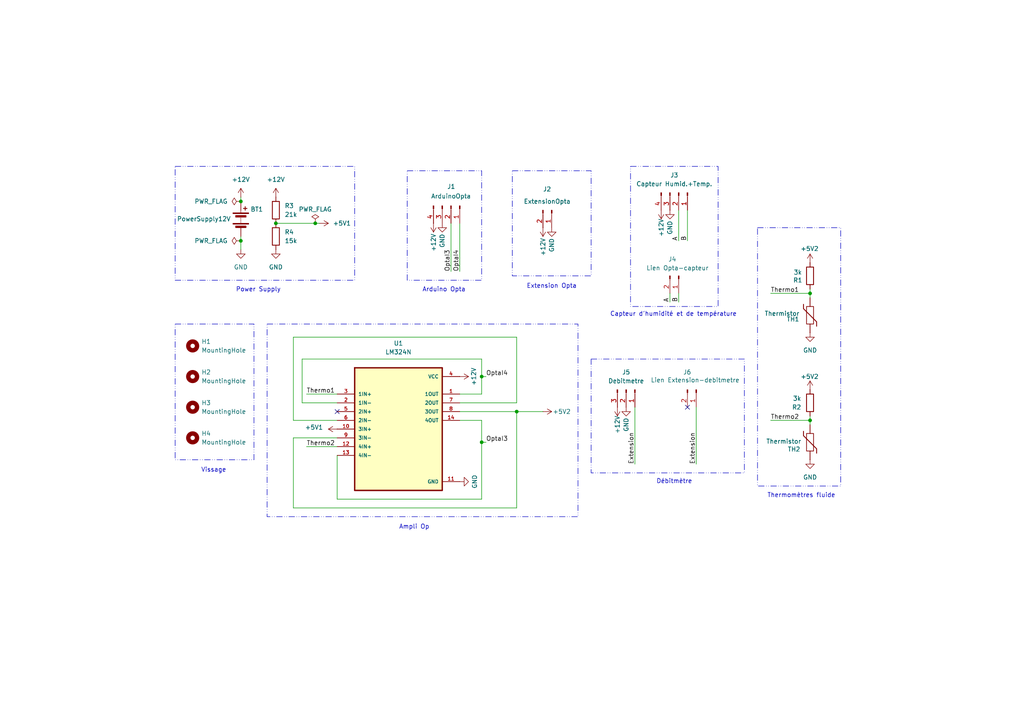
<source format=kicad_sch>
(kicad_sch
	(version 20231120)
	(generator "eeschema")
	(generator_version "8.0")
	(uuid "b2c182f4-ee35-4bc1-8c04-bdcd3a30f1f7")
	(paper "A4")
	(lib_symbols
		(symbol "AmpliOp:LM324N"
			(pin_names
				(offset 1.016)
			)
			(exclude_from_sim no)
			(in_bom yes)
			(on_board yes)
			(property "Reference" "U"
				(at -12.7 18.78 0)
				(effects
					(font
						(size 1.27 1.27)
					)
					(justify left bottom)
				)
			)
			(property "Value" "LM324N"
				(at -12.7 -21.78 0)
				(effects
					(font
						(size 1.27 1.27)
					)
					(justify left bottom)
				)
			)
			(property "Footprint" "LM324N:DIP794W45P254L1969H508Q14"
				(at 0 0 0)
				(effects
					(font
						(size 1.27 1.27)
					)
					(justify bottom)
					(hide yes)
				)
			)
			(property "Datasheet" ""
				(at 0 0 0)
				(effects
					(font
						(size 1.27 1.27)
					)
					(hide yes)
				)
			)
			(property "Description" ""
				(at 0 0 0)
				(effects
					(font
						(size 1.27 1.27)
					)
					(hide yes)
				)
			)
			(property "MF" "Texas Instruments"
				(at 0 0 0)
				(effects
					(font
						(size 1.27 1.27)
					)
					(justify bottom)
					(hide yes)
				)
			)
			(property "Description_1" "\n                        \n                            Quad 30-V 1.2-MHz operational amplifier\n                        \n"
				(at 0 0 0)
				(effects
					(font
						(size 1.27 1.27)
					)
					(justify bottom)
					(hide yes)
				)
			)
			(property "Package" "PDIP-14 Texas Instruments"
				(at 0 0 0)
				(effects
					(font
						(size 1.27 1.27)
					)
					(justify bottom)
					(hide yes)
				)
			)
			(property "Price" "None"
				(at 0 0 0)
				(effects
					(font
						(size 1.27 1.27)
					)
					(justify bottom)
					(hide yes)
				)
			)
			(property "SnapEDA_Link" "https://www.snapeda.com/parts/LM324N/Texas+Instruments/view-part/?ref=snap"
				(at 0 -1.27 0)
				(effects
					(font
						(size 1.27 1.27)
					)
					(justify bottom)
					(hide yes)
				)
			)
			(property "MP" "LM324N"
				(at 0 0 0)
				(effects
					(font
						(size 1.27 1.27)
					)
					(justify bottom)
					(hide yes)
				)
			)
			(property "Availability" "In Stock"
				(at 0 0 0)
				(effects
					(font
						(size 1.27 1.27)
					)
					(justify bottom)
					(hide yes)
				)
			)
			(property "Check_prices" "https://www.snapeda.com/parts/LM324N/Texas+Instruments/view-part/?ref=eda"
				(at 0.254 -3.048 0)
				(effects
					(font
						(size 1.27 1.27)
					)
					(justify bottom)
					(hide yes)
				)
			)
			(symbol "LM324N_0_0"
				(rectangle
					(start -12.7 -17.78)
					(end 12.7 17.78)
					(stroke
						(width 0.41)
						(type default)
					)
					(fill
						(type background)
					)
				)
				(pin output line
					(at 17.78 10.16 180)
					(length 5.08)
					(name "1OUT"
						(effects
							(font
								(size 1.016 1.016)
							)
						)
					)
					(number "1"
						(effects
							(font
								(size 1.016 1.016)
							)
						)
					)
				)
				(pin input line
					(at -17.78 0 0)
					(length 5.08)
					(name "3IN+"
						(effects
							(font
								(size 1.016 1.016)
							)
						)
					)
					(number "10"
						(effects
							(font
								(size 1.016 1.016)
							)
						)
					)
				)
				(pin power_in line
					(at 17.78 -15.24 180)
					(length 5.08)
					(name "GND"
						(effects
							(font
								(size 1.016 1.016)
							)
						)
					)
					(number "11"
						(effects
							(font
								(size 1.016 1.016)
							)
						)
					)
				)
				(pin input line
					(at -17.78 -5.08 0)
					(length 5.08)
					(name "4IN+"
						(effects
							(font
								(size 1.016 1.016)
							)
						)
					)
					(number "12"
						(effects
							(font
								(size 1.016 1.016)
							)
						)
					)
				)
				(pin input line
					(at -17.78 -7.62 0)
					(length 5.08)
					(name "4IN-"
						(effects
							(font
								(size 1.016 1.016)
							)
						)
					)
					(number "13"
						(effects
							(font
								(size 1.016 1.016)
							)
						)
					)
				)
				(pin output line
					(at 17.78 2.54 180)
					(length 5.08)
					(name "4OUT"
						(effects
							(font
								(size 1.016 1.016)
							)
						)
					)
					(number "14"
						(effects
							(font
								(size 1.016 1.016)
							)
						)
					)
				)
				(pin input line
					(at -17.78 7.62 0)
					(length 5.08)
					(name "1IN-"
						(effects
							(font
								(size 1.016 1.016)
							)
						)
					)
					(number "2"
						(effects
							(font
								(size 1.016 1.016)
							)
						)
					)
				)
				(pin input line
					(at -17.78 10.16 0)
					(length 5.08)
					(name "1IN+"
						(effects
							(font
								(size 1.016 1.016)
							)
						)
					)
					(number "3"
						(effects
							(font
								(size 1.016 1.016)
							)
						)
					)
				)
				(pin power_in line
					(at 17.78 15.24 180)
					(length 5.08)
					(name "VCC"
						(effects
							(font
								(size 1.016 1.016)
							)
						)
					)
					(number "4"
						(effects
							(font
								(size 1.016 1.016)
							)
						)
					)
				)
				(pin input line
					(at -17.78 5.08 0)
					(length 5.08)
					(name "2IN+"
						(effects
							(font
								(size 1.016 1.016)
							)
						)
					)
					(number "5"
						(effects
							(font
								(size 1.016 1.016)
							)
						)
					)
				)
				(pin input line
					(at -17.78 2.54 0)
					(length 5.08)
					(name "2IN-"
						(effects
							(font
								(size 1.016 1.016)
							)
						)
					)
					(number "6"
						(effects
							(font
								(size 1.016 1.016)
							)
						)
					)
				)
				(pin output line
					(at 17.78 7.62 180)
					(length 5.08)
					(name "2OUT"
						(effects
							(font
								(size 1.016 1.016)
							)
						)
					)
					(number "7"
						(effects
							(font
								(size 1.016 1.016)
							)
						)
					)
				)
				(pin power_out line
					(at 17.78 5.08 180)
					(length 5.08)
					(name "3OUT"
						(effects
							(font
								(size 1.016 1.016)
							)
						)
					)
					(number "8"
						(effects
							(font
								(size 1.016 1.016)
							)
						)
					)
				)
				(pin input line
					(at -17.78 -2.54 0)
					(length 5.08)
					(name "3IN-"
						(effects
							(font
								(size 1.016 1.016)
							)
						)
					)
					(number "9"
						(effects
							(font
								(size 1.016 1.016)
							)
						)
					)
				)
			)
		)
		(symbol "Connector:Conn_01x02_Pin"
			(pin_names
				(offset 1.016) hide)
			(exclude_from_sim no)
			(in_bom yes)
			(on_board yes)
			(property "Reference" "J"
				(at 0 2.54 0)
				(effects
					(font
						(size 1.27 1.27)
					)
				)
			)
			(property "Value" "Conn_01x02_Pin"
				(at 0 -5.08 0)
				(effects
					(font
						(size 1.27 1.27)
					)
				)
			)
			(property "Footprint" ""
				(at 0 0 0)
				(effects
					(font
						(size 1.27 1.27)
					)
					(hide yes)
				)
			)
			(property "Datasheet" "~"
				(at 0 0 0)
				(effects
					(font
						(size 1.27 1.27)
					)
					(hide yes)
				)
			)
			(property "Description" "Generic connector, single row, 01x02, script generated"
				(at 0 0 0)
				(effects
					(font
						(size 1.27 1.27)
					)
					(hide yes)
				)
			)
			(property "ki_locked" ""
				(at 0 0 0)
				(effects
					(font
						(size 1.27 1.27)
					)
				)
			)
			(property "ki_keywords" "connector"
				(at 0 0 0)
				(effects
					(font
						(size 1.27 1.27)
					)
					(hide yes)
				)
			)
			(property "ki_fp_filters" "Connector*:*_1x??_*"
				(at 0 0 0)
				(effects
					(font
						(size 1.27 1.27)
					)
					(hide yes)
				)
			)
			(symbol "Conn_01x02_Pin_1_1"
				(polyline
					(pts
						(xy 1.27 -2.54) (xy 0.8636 -2.54)
					)
					(stroke
						(width 0.1524)
						(type default)
					)
					(fill
						(type none)
					)
				)
				(polyline
					(pts
						(xy 1.27 0) (xy 0.8636 0)
					)
					(stroke
						(width 0.1524)
						(type default)
					)
					(fill
						(type none)
					)
				)
				(rectangle
					(start 0.8636 -2.413)
					(end 0 -2.667)
					(stroke
						(width 0.1524)
						(type default)
					)
					(fill
						(type outline)
					)
				)
				(rectangle
					(start 0.8636 0.127)
					(end 0 -0.127)
					(stroke
						(width 0.1524)
						(type default)
					)
					(fill
						(type outline)
					)
				)
				(pin passive line
					(at 5.08 0 180)
					(length 3.81)
					(name "Pin_1"
						(effects
							(font
								(size 1.27 1.27)
							)
						)
					)
					(number "1"
						(effects
							(font
								(size 1.27 1.27)
							)
						)
					)
				)
				(pin passive line
					(at 5.08 -2.54 180)
					(length 3.81)
					(name "Pin_2"
						(effects
							(font
								(size 1.27 1.27)
							)
						)
					)
					(number "2"
						(effects
							(font
								(size 1.27 1.27)
							)
						)
					)
				)
			)
		)
		(symbol "Connector:Conn_01x03_Pin"
			(pin_names
				(offset 1.016) hide)
			(exclude_from_sim no)
			(in_bom yes)
			(on_board yes)
			(property "Reference" "J"
				(at 0 5.08 0)
				(effects
					(font
						(size 1.27 1.27)
					)
				)
			)
			(property "Value" "Conn_01x03_Pin"
				(at 0 -5.08 0)
				(effects
					(font
						(size 1.27 1.27)
					)
				)
			)
			(property "Footprint" ""
				(at 0 0 0)
				(effects
					(font
						(size 1.27 1.27)
					)
					(hide yes)
				)
			)
			(property "Datasheet" "~"
				(at 0 0 0)
				(effects
					(font
						(size 1.27 1.27)
					)
					(hide yes)
				)
			)
			(property "Description" "Generic connector, single row, 01x03, script generated"
				(at 0 0 0)
				(effects
					(font
						(size 1.27 1.27)
					)
					(hide yes)
				)
			)
			(property "ki_locked" ""
				(at 0 0 0)
				(effects
					(font
						(size 1.27 1.27)
					)
				)
			)
			(property "ki_keywords" "connector"
				(at 0 0 0)
				(effects
					(font
						(size 1.27 1.27)
					)
					(hide yes)
				)
			)
			(property "ki_fp_filters" "Connector*:*_1x??_*"
				(at 0 0 0)
				(effects
					(font
						(size 1.27 1.27)
					)
					(hide yes)
				)
			)
			(symbol "Conn_01x03_Pin_1_1"
				(polyline
					(pts
						(xy 1.27 -2.54) (xy 0.8636 -2.54)
					)
					(stroke
						(width 0.1524)
						(type default)
					)
					(fill
						(type none)
					)
				)
				(polyline
					(pts
						(xy 1.27 0) (xy 0.8636 0)
					)
					(stroke
						(width 0.1524)
						(type default)
					)
					(fill
						(type none)
					)
				)
				(polyline
					(pts
						(xy 1.27 2.54) (xy 0.8636 2.54)
					)
					(stroke
						(width 0.1524)
						(type default)
					)
					(fill
						(type none)
					)
				)
				(rectangle
					(start 0.8636 -2.413)
					(end 0 -2.667)
					(stroke
						(width 0.1524)
						(type default)
					)
					(fill
						(type outline)
					)
				)
				(rectangle
					(start 0.8636 0.127)
					(end 0 -0.127)
					(stroke
						(width 0.1524)
						(type default)
					)
					(fill
						(type outline)
					)
				)
				(rectangle
					(start 0.8636 2.667)
					(end 0 2.413)
					(stroke
						(width 0.1524)
						(type default)
					)
					(fill
						(type outline)
					)
				)
				(pin passive line
					(at 5.08 2.54 180)
					(length 3.81)
					(name "Pin_1"
						(effects
							(font
								(size 1.27 1.27)
							)
						)
					)
					(number "1"
						(effects
							(font
								(size 1.27 1.27)
							)
						)
					)
				)
				(pin passive line
					(at 5.08 0 180)
					(length 3.81)
					(name "Pin_2"
						(effects
							(font
								(size 1.27 1.27)
							)
						)
					)
					(number "2"
						(effects
							(font
								(size 1.27 1.27)
							)
						)
					)
				)
				(pin passive line
					(at 5.08 -2.54 180)
					(length 3.81)
					(name "Pin_3"
						(effects
							(font
								(size 1.27 1.27)
							)
						)
					)
					(number "3"
						(effects
							(font
								(size 1.27 1.27)
							)
						)
					)
				)
			)
		)
		(symbol "Connector:Conn_01x04_Pin"
			(pin_names
				(offset 1.016) hide)
			(exclude_from_sim no)
			(in_bom yes)
			(on_board yes)
			(property "Reference" "J"
				(at 0 5.08 0)
				(effects
					(font
						(size 1.27 1.27)
					)
				)
			)
			(property "Value" "Conn_01x04_Pin"
				(at 0 -7.62 0)
				(effects
					(font
						(size 1.27 1.27)
					)
				)
			)
			(property "Footprint" ""
				(at 0 0 0)
				(effects
					(font
						(size 1.27 1.27)
					)
					(hide yes)
				)
			)
			(property "Datasheet" "~"
				(at 0 0 0)
				(effects
					(font
						(size 1.27 1.27)
					)
					(hide yes)
				)
			)
			(property "Description" "Generic connector, single row, 01x04, script generated"
				(at 0 0 0)
				(effects
					(font
						(size 1.27 1.27)
					)
					(hide yes)
				)
			)
			(property "ki_locked" ""
				(at 0 0 0)
				(effects
					(font
						(size 1.27 1.27)
					)
				)
			)
			(property "ki_keywords" "connector"
				(at 0 0 0)
				(effects
					(font
						(size 1.27 1.27)
					)
					(hide yes)
				)
			)
			(property "ki_fp_filters" "Connector*:*_1x??_*"
				(at 0 0 0)
				(effects
					(font
						(size 1.27 1.27)
					)
					(hide yes)
				)
			)
			(symbol "Conn_01x04_Pin_1_1"
				(polyline
					(pts
						(xy 1.27 -5.08) (xy 0.8636 -5.08)
					)
					(stroke
						(width 0.1524)
						(type default)
					)
					(fill
						(type none)
					)
				)
				(polyline
					(pts
						(xy 1.27 -2.54) (xy 0.8636 -2.54)
					)
					(stroke
						(width 0.1524)
						(type default)
					)
					(fill
						(type none)
					)
				)
				(polyline
					(pts
						(xy 1.27 0) (xy 0.8636 0)
					)
					(stroke
						(width 0.1524)
						(type default)
					)
					(fill
						(type none)
					)
				)
				(polyline
					(pts
						(xy 1.27 2.54) (xy 0.8636 2.54)
					)
					(stroke
						(width 0.1524)
						(type default)
					)
					(fill
						(type none)
					)
				)
				(rectangle
					(start 0.8636 -4.953)
					(end 0 -5.207)
					(stroke
						(width 0.1524)
						(type default)
					)
					(fill
						(type outline)
					)
				)
				(rectangle
					(start 0.8636 -2.413)
					(end 0 -2.667)
					(stroke
						(width 0.1524)
						(type default)
					)
					(fill
						(type outline)
					)
				)
				(rectangle
					(start 0.8636 0.127)
					(end 0 -0.127)
					(stroke
						(width 0.1524)
						(type default)
					)
					(fill
						(type outline)
					)
				)
				(rectangle
					(start 0.8636 2.667)
					(end 0 2.413)
					(stroke
						(width 0.1524)
						(type default)
					)
					(fill
						(type outline)
					)
				)
				(pin passive line
					(at 5.08 2.54 180)
					(length 3.81)
					(name "Pin_1"
						(effects
							(font
								(size 1.27 1.27)
							)
						)
					)
					(number "1"
						(effects
							(font
								(size 1.27 1.27)
							)
						)
					)
				)
				(pin passive line
					(at 5.08 0 180)
					(length 3.81)
					(name "Pin_2"
						(effects
							(font
								(size 1.27 1.27)
							)
						)
					)
					(number "2"
						(effects
							(font
								(size 1.27 1.27)
							)
						)
					)
				)
				(pin passive line
					(at 5.08 -2.54 180)
					(length 3.81)
					(name "Pin_3"
						(effects
							(font
								(size 1.27 1.27)
							)
						)
					)
					(number "3"
						(effects
							(font
								(size 1.27 1.27)
							)
						)
					)
				)
				(pin passive line
					(at 5.08 -5.08 180)
					(length 3.81)
					(name "Pin_4"
						(effects
							(font
								(size 1.27 1.27)
							)
						)
					)
					(number "4"
						(effects
							(font
								(size 1.27 1.27)
							)
						)
					)
				)
			)
		)
		(symbol "Device:Battery"
			(pin_numbers hide)
			(pin_names
				(offset 0) hide)
			(exclude_from_sim no)
			(in_bom yes)
			(on_board yes)
			(property "Reference" "BT"
				(at 2.54 2.54 0)
				(effects
					(font
						(size 1.27 1.27)
					)
					(justify left)
				)
			)
			(property "Value" "Battery"
				(at 2.54 0 0)
				(effects
					(font
						(size 1.27 1.27)
					)
					(justify left)
				)
			)
			(property "Footprint" ""
				(at 0 1.524 90)
				(effects
					(font
						(size 1.27 1.27)
					)
					(hide yes)
				)
			)
			(property "Datasheet" "~"
				(at 0 1.524 90)
				(effects
					(font
						(size 1.27 1.27)
					)
					(hide yes)
				)
			)
			(property "Description" "Multiple-cell battery"
				(at 0 0 0)
				(effects
					(font
						(size 1.27 1.27)
					)
					(hide yes)
				)
			)
			(property "ki_keywords" "batt voltage-source cell"
				(at 0 0 0)
				(effects
					(font
						(size 1.27 1.27)
					)
					(hide yes)
				)
			)
			(symbol "Battery_0_1"
				(rectangle
					(start -2.286 -1.27)
					(end 2.286 -1.524)
					(stroke
						(width 0)
						(type default)
					)
					(fill
						(type outline)
					)
				)
				(rectangle
					(start -2.286 1.778)
					(end 2.286 1.524)
					(stroke
						(width 0)
						(type default)
					)
					(fill
						(type outline)
					)
				)
				(rectangle
					(start -1.524 -2.032)
					(end 1.524 -2.54)
					(stroke
						(width 0)
						(type default)
					)
					(fill
						(type outline)
					)
				)
				(rectangle
					(start -1.524 1.016)
					(end 1.524 0.508)
					(stroke
						(width 0)
						(type default)
					)
					(fill
						(type outline)
					)
				)
				(polyline
					(pts
						(xy 0 -1.016) (xy 0 -0.762)
					)
					(stroke
						(width 0)
						(type default)
					)
					(fill
						(type none)
					)
				)
				(polyline
					(pts
						(xy 0 -0.508) (xy 0 -0.254)
					)
					(stroke
						(width 0)
						(type default)
					)
					(fill
						(type none)
					)
				)
				(polyline
					(pts
						(xy 0 0) (xy 0 0.254)
					)
					(stroke
						(width 0)
						(type default)
					)
					(fill
						(type none)
					)
				)
				(polyline
					(pts
						(xy 0 1.778) (xy 0 2.54)
					)
					(stroke
						(width 0)
						(type default)
					)
					(fill
						(type none)
					)
				)
				(polyline
					(pts
						(xy 0.762 3.048) (xy 1.778 3.048)
					)
					(stroke
						(width 0.254)
						(type default)
					)
					(fill
						(type none)
					)
				)
				(polyline
					(pts
						(xy 1.27 3.556) (xy 1.27 2.54)
					)
					(stroke
						(width 0.254)
						(type default)
					)
					(fill
						(type none)
					)
				)
			)
			(symbol "Battery_1_1"
				(pin passive line
					(at 0 5.08 270)
					(length 2.54)
					(name "+"
						(effects
							(font
								(size 1.27 1.27)
							)
						)
					)
					(number "1"
						(effects
							(font
								(size 1.27 1.27)
							)
						)
					)
				)
				(pin passive line
					(at 0 -5.08 90)
					(length 2.54)
					(name "-"
						(effects
							(font
								(size 1.27 1.27)
							)
						)
					)
					(number "2"
						(effects
							(font
								(size 1.27 1.27)
							)
						)
					)
				)
			)
		)
		(symbol "Device:R"
			(pin_numbers hide)
			(pin_names
				(offset 0)
			)
			(exclude_from_sim no)
			(in_bom yes)
			(on_board yes)
			(property "Reference" "R"
				(at 2.032 0 90)
				(effects
					(font
						(size 1.27 1.27)
					)
				)
			)
			(property "Value" "R"
				(at 0 0 90)
				(effects
					(font
						(size 1.27 1.27)
					)
				)
			)
			(property "Footprint" ""
				(at -1.778 0 90)
				(effects
					(font
						(size 1.27 1.27)
					)
					(hide yes)
				)
			)
			(property "Datasheet" "~"
				(at 0 0 0)
				(effects
					(font
						(size 1.27 1.27)
					)
					(hide yes)
				)
			)
			(property "Description" "Resistor"
				(at 0 0 0)
				(effects
					(font
						(size 1.27 1.27)
					)
					(hide yes)
				)
			)
			(property "ki_keywords" "R res resistor"
				(at 0 0 0)
				(effects
					(font
						(size 1.27 1.27)
					)
					(hide yes)
				)
			)
			(property "ki_fp_filters" "R_*"
				(at 0 0 0)
				(effects
					(font
						(size 1.27 1.27)
					)
					(hide yes)
				)
			)
			(symbol "R_0_1"
				(rectangle
					(start -1.016 -2.54)
					(end 1.016 2.54)
					(stroke
						(width 0.254)
						(type default)
					)
					(fill
						(type none)
					)
				)
			)
			(symbol "R_1_1"
				(pin passive line
					(at 0 3.81 270)
					(length 1.27)
					(name "~"
						(effects
							(font
								(size 1.27 1.27)
							)
						)
					)
					(number "1"
						(effects
							(font
								(size 1.27 1.27)
							)
						)
					)
				)
				(pin passive line
					(at 0 -3.81 90)
					(length 1.27)
					(name "~"
						(effects
							(font
								(size 1.27 1.27)
							)
						)
					)
					(number "2"
						(effects
							(font
								(size 1.27 1.27)
							)
						)
					)
				)
			)
		)
		(symbol "Device:Thermistor"
			(pin_numbers hide)
			(pin_names
				(offset 0)
			)
			(exclude_from_sim no)
			(in_bom yes)
			(on_board yes)
			(property "Reference" "TH"
				(at 2.54 1.27 90)
				(effects
					(font
						(size 1.27 1.27)
					)
				)
			)
			(property "Value" "Thermistor"
				(at -2.54 0 90)
				(effects
					(font
						(size 1.27 1.27)
					)
					(justify bottom)
				)
			)
			(property "Footprint" ""
				(at 0 0 0)
				(effects
					(font
						(size 1.27 1.27)
					)
					(hide yes)
				)
			)
			(property "Datasheet" "~"
				(at 0 0 0)
				(effects
					(font
						(size 1.27 1.27)
					)
					(hide yes)
				)
			)
			(property "Description" "Temperature dependent resistor"
				(at 0 0 0)
				(effects
					(font
						(size 1.27 1.27)
					)
					(hide yes)
				)
			)
			(property "ki_keywords" "R res thermistor"
				(at 0 0 0)
				(effects
					(font
						(size 1.27 1.27)
					)
					(hide yes)
				)
			)
			(property "ki_fp_filters" "R_*"
				(at 0 0 0)
				(effects
					(font
						(size 1.27 1.27)
					)
					(hide yes)
				)
			)
			(symbol "Thermistor_0_1"
				(rectangle
					(start -1.016 2.54)
					(end 1.016 -2.54)
					(stroke
						(width 0.2032)
						(type default)
					)
					(fill
						(type none)
					)
				)
				(polyline
					(pts
						(xy -1.905 3.175) (xy -1.905 1.905) (xy 1.905 -1.905) (xy 1.905 -3.175) (xy 1.905 -3.175)
					)
					(stroke
						(width 0.254)
						(type default)
					)
					(fill
						(type none)
					)
				)
			)
			(symbol "Thermistor_1_1"
				(pin passive line
					(at 0 5.08 270)
					(length 2.54)
					(name "~"
						(effects
							(font
								(size 1.27 1.27)
							)
						)
					)
					(number "1"
						(effects
							(font
								(size 1.27 1.27)
							)
						)
					)
				)
				(pin passive line
					(at 0 -5.08 90)
					(length 2.54)
					(name "~"
						(effects
							(font
								(size 1.27 1.27)
							)
						)
					)
					(number "2"
						(effects
							(font
								(size 1.27 1.27)
							)
						)
					)
				)
			)
		)
		(symbol "Mechanical:MountingHole"
			(pin_names
				(offset 1.016)
			)
			(exclude_from_sim yes)
			(in_bom no)
			(on_board yes)
			(property "Reference" "H"
				(at 0 5.08 0)
				(effects
					(font
						(size 1.27 1.27)
					)
				)
			)
			(property "Value" "MountingHole"
				(at 0 3.175 0)
				(effects
					(font
						(size 1.27 1.27)
					)
				)
			)
			(property "Footprint" ""
				(at 0 0 0)
				(effects
					(font
						(size 1.27 1.27)
					)
					(hide yes)
				)
			)
			(property "Datasheet" "~"
				(at 0 0 0)
				(effects
					(font
						(size 1.27 1.27)
					)
					(hide yes)
				)
			)
			(property "Description" "Mounting Hole without connection"
				(at 0 0 0)
				(effects
					(font
						(size 1.27 1.27)
					)
					(hide yes)
				)
			)
			(property "ki_keywords" "mounting hole"
				(at 0 0 0)
				(effects
					(font
						(size 1.27 1.27)
					)
					(hide yes)
				)
			)
			(property "ki_fp_filters" "MountingHole*"
				(at 0 0 0)
				(effects
					(font
						(size 1.27 1.27)
					)
					(hide yes)
				)
			)
			(symbol "MountingHole_0_1"
				(circle
					(center 0 0)
					(radius 1.27)
					(stroke
						(width 1.27)
						(type default)
					)
					(fill
						(type none)
					)
				)
			)
		)
		(symbol "power:+12V"
			(power)
			(pin_numbers hide)
			(pin_names
				(offset 0) hide)
			(exclude_from_sim no)
			(in_bom yes)
			(on_board yes)
			(property "Reference" "#PWR"
				(at 0 -3.81 0)
				(effects
					(font
						(size 1.27 1.27)
					)
					(hide yes)
				)
			)
			(property "Value" "+12V"
				(at 0 3.556 0)
				(effects
					(font
						(size 1.27 1.27)
					)
				)
			)
			(property "Footprint" ""
				(at 0 0 0)
				(effects
					(font
						(size 1.27 1.27)
					)
					(hide yes)
				)
			)
			(property "Datasheet" ""
				(at 0 0 0)
				(effects
					(font
						(size 1.27 1.27)
					)
					(hide yes)
				)
			)
			(property "Description" "Power symbol creates a global label with name \"+12V\""
				(at 0 0 0)
				(effects
					(font
						(size 1.27 1.27)
					)
					(hide yes)
				)
			)
			(property "ki_keywords" "global power"
				(at 0 0 0)
				(effects
					(font
						(size 1.27 1.27)
					)
					(hide yes)
				)
			)
			(symbol "+12V_0_1"
				(polyline
					(pts
						(xy -0.762 1.27) (xy 0 2.54)
					)
					(stroke
						(width 0)
						(type default)
					)
					(fill
						(type none)
					)
				)
				(polyline
					(pts
						(xy 0 0) (xy 0 2.54)
					)
					(stroke
						(width 0)
						(type default)
					)
					(fill
						(type none)
					)
				)
				(polyline
					(pts
						(xy 0 2.54) (xy 0.762 1.27)
					)
					(stroke
						(width 0)
						(type default)
					)
					(fill
						(type none)
					)
				)
			)
			(symbol "+12V_1_1"
				(pin power_in line
					(at 0 0 90)
					(length 0)
					(name "~"
						(effects
							(font
								(size 1.27 1.27)
							)
						)
					)
					(number "1"
						(effects
							(font
								(size 1.27 1.27)
							)
						)
					)
				)
			)
		)
		(symbol "power:+5V"
			(power)
			(pin_numbers hide)
			(pin_names
				(offset 0) hide)
			(exclude_from_sim no)
			(in_bom yes)
			(on_board yes)
			(property "Reference" "#PWR"
				(at 0 -3.81 0)
				(effects
					(font
						(size 1.27 1.27)
					)
					(hide yes)
				)
			)
			(property "Value" "+5V"
				(at 0 3.556 0)
				(effects
					(font
						(size 1.27 1.27)
					)
				)
			)
			(property "Footprint" ""
				(at 0 0 0)
				(effects
					(font
						(size 1.27 1.27)
					)
					(hide yes)
				)
			)
			(property "Datasheet" ""
				(at 0 0 0)
				(effects
					(font
						(size 1.27 1.27)
					)
					(hide yes)
				)
			)
			(property "Description" "Power symbol creates a global label with name \"+5V\""
				(at 0 0 0)
				(effects
					(font
						(size 1.27 1.27)
					)
					(hide yes)
				)
			)
			(property "ki_keywords" "global power"
				(at 0 0 0)
				(effects
					(font
						(size 1.27 1.27)
					)
					(hide yes)
				)
			)
			(symbol "+5V_0_1"
				(polyline
					(pts
						(xy -0.762 1.27) (xy 0 2.54)
					)
					(stroke
						(width 0)
						(type default)
					)
					(fill
						(type none)
					)
				)
				(polyline
					(pts
						(xy 0 0) (xy 0 2.54)
					)
					(stroke
						(width 0)
						(type default)
					)
					(fill
						(type none)
					)
				)
				(polyline
					(pts
						(xy 0 2.54) (xy 0.762 1.27)
					)
					(stroke
						(width 0)
						(type default)
					)
					(fill
						(type none)
					)
				)
			)
			(symbol "+5V_1_1"
				(pin power_in line
					(at 0 0 90)
					(length 0)
					(name "~"
						(effects
							(font
								(size 1.27 1.27)
							)
						)
					)
					(number "1"
						(effects
							(font
								(size 1.27 1.27)
							)
						)
					)
				)
			)
		)
		(symbol "power:GND"
			(power)
			(pin_numbers hide)
			(pin_names
				(offset 0) hide)
			(exclude_from_sim no)
			(in_bom yes)
			(on_board yes)
			(property "Reference" "#PWR"
				(at 0 -6.35 0)
				(effects
					(font
						(size 1.27 1.27)
					)
					(hide yes)
				)
			)
			(property "Value" "GND"
				(at 0 -3.81 0)
				(effects
					(font
						(size 1.27 1.27)
					)
				)
			)
			(property "Footprint" ""
				(at 0 0 0)
				(effects
					(font
						(size 1.27 1.27)
					)
					(hide yes)
				)
			)
			(property "Datasheet" ""
				(at 0 0 0)
				(effects
					(font
						(size 1.27 1.27)
					)
					(hide yes)
				)
			)
			(property "Description" "Power symbol creates a global label with name \"GND\" , ground"
				(at 0 0 0)
				(effects
					(font
						(size 1.27 1.27)
					)
					(hide yes)
				)
			)
			(property "ki_keywords" "global power"
				(at 0 0 0)
				(effects
					(font
						(size 1.27 1.27)
					)
					(hide yes)
				)
			)
			(symbol "GND_0_1"
				(polyline
					(pts
						(xy 0 0) (xy 0 -1.27) (xy 1.27 -1.27) (xy 0 -2.54) (xy -1.27 -1.27) (xy 0 -1.27)
					)
					(stroke
						(width 0)
						(type default)
					)
					(fill
						(type none)
					)
				)
			)
			(symbol "GND_1_1"
				(pin power_in line
					(at 0 0 270)
					(length 0)
					(name "~"
						(effects
							(font
								(size 1.27 1.27)
							)
						)
					)
					(number "1"
						(effects
							(font
								(size 1.27 1.27)
							)
						)
					)
				)
			)
		)
		(symbol "power:PWR_FLAG"
			(power)
			(pin_numbers hide)
			(pin_names
				(offset 0) hide)
			(exclude_from_sim no)
			(in_bom yes)
			(on_board yes)
			(property "Reference" "#FLG"
				(at 0 1.905 0)
				(effects
					(font
						(size 1.27 1.27)
					)
					(hide yes)
				)
			)
			(property "Value" "PWR_FLAG"
				(at 0 3.81 0)
				(effects
					(font
						(size 1.27 1.27)
					)
				)
			)
			(property "Footprint" ""
				(at 0 0 0)
				(effects
					(font
						(size 1.27 1.27)
					)
					(hide yes)
				)
			)
			(property "Datasheet" "~"
				(at 0 0 0)
				(effects
					(font
						(size 1.27 1.27)
					)
					(hide yes)
				)
			)
			(property "Description" "Special symbol for telling ERC where power comes from"
				(at 0 0 0)
				(effects
					(font
						(size 1.27 1.27)
					)
					(hide yes)
				)
			)
			(property "ki_keywords" "flag power"
				(at 0 0 0)
				(effects
					(font
						(size 1.27 1.27)
					)
					(hide yes)
				)
			)
			(symbol "PWR_FLAG_0_0"
				(pin power_out line
					(at 0 0 90)
					(length 0)
					(name "~"
						(effects
							(font
								(size 1.27 1.27)
							)
						)
					)
					(number "1"
						(effects
							(font
								(size 1.27 1.27)
							)
						)
					)
				)
			)
			(symbol "PWR_FLAG_0_1"
				(polyline
					(pts
						(xy 0 0) (xy 0 1.27) (xy -1.016 1.905) (xy 0 2.54) (xy 1.016 1.905) (xy 0 1.27)
					)
					(stroke
						(width 0)
						(type default)
					)
					(fill
						(type none)
					)
				)
			)
		)
	)
	(junction
		(at 234.95 121.92)
		(diameter 0)
		(color 0 0 0 0)
		(uuid "0b129c1e-05b9-4e9e-9151-23fd43f597b2")
	)
	(junction
		(at 139.7 109.22)
		(diameter 0)
		(color 0 0 0 0)
		(uuid "4a5018c5-cba2-40d3-bc52-4547a2c5f5e2")
	)
	(junction
		(at 69.85 69.85)
		(diameter 0)
		(color 0 0 0 0)
		(uuid "56aafb62-01b1-40a1-a9de-d20647855320")
	)
	(junction
		(at 234.95 85.09)
		(diameter 0)
		(color 0 0 0 0)
		(uuid "610b6422-44a0-4879-9f10-6aee0483dfe6")
	)
	(junction
		(at 91.44 64.77)
		(diameter 0)
		(color 0 0 0 0)
		(uuid "80c2c5e8-c4bb-4aa5-a513-48e81ec06cc3")
	)
	(junction
		(at 149.86 119.38)
		(diameter 0)
		(color 0 0 0 0)
		(uuid "b28a77ee-dbd4-4dac-b142-8014d52b5e06")
	)
	(junction
		(at 139.7 128.27)
		(diameter 0)
		(color 0 0 0 0)
		(uuid "bd96f158-0bc9-44ff-bccc-63b2332554ec")
	)
	(junction
		(at 80.01 64.77)
		(diameter 0)
		(color 0 0 0 0)
		(uuid "d8b22f9e-5359-46e0-8d92-92de7a95c23d")
	)
	(junction
		(at 69.85 58.42)
		(diameter 0)
		(color 0 0 0 0)
		(uuid "fd572a0d-686a-4a76-afb7-5675926e2c0f")
	)
	(no_connect
		(at 199.39 118.11)
		(uuid "820021fa-fbfd-4dc4-89ef-d6fccc4e6925")
	)
	(no_connect
		(at 97.79 119.38)
		(uuid "bf5ceb73-28ad-4e4f-884b-2b969149d536")
	)
	(wire
		(pts
			(xy 133.35 119.38) (xy 149.86 119.38)
		)
		(stroke
			(width 0)
			(type default)
		)
		(uuid "0079450b-c73b-42c6-be95-dc4e71169068")
	)
	(wire
		(pts
			(xy 97.79 144.78) (xy 97.79 132.08)
		)
		(stroke
			(width 0)
			(type default)
		)
		(uuid "01656649-a578-4f4a-8fb9-109ae64ee44e")
	)
	(wire
		(pts
			(xy 133.35 121.92) (xy 139.7 121.92)
		)
		(stroke
			(width 0)
			(type default)
		)
		(uuid "0ba95376-b81b-4f4a-a27b-015218260044")
	)
	(wire
		(pts
			(xy 69.85 69.85) (xy 69.85 72.39)
		)
		(stroke
			(width 0)
			(type default)
		)
		(uuid "0e791184-b79b-4211-b9e8-34d59ff0354c")
	)
	(wire
		(pts
			(xy 139.7 109.22) (xy 140.97 109.22)
		)
		(stroke
			(width 0)
			(type default)
		)
		(uuid "0f64c1b2-18d6-4cf9-b92e-89776c38816e")
	)
	(wire
		(pts
			(xy 85.09 97.79) (xy 85.09 121.92)
		)
		(stroke
			(width 0)
			(type default)
		)
		(uuid "0fee62ba-be9e-4266-9a50-f992439d97d2")
	)
	(wire
		(pts
			(xy 139.7 114.3) (xy 133.35 114.3)
		)
		(stroke
			(width 0)
			(type default)
		)
		(uuid "18c4119b-30a2-4a87-b83d-73da1da01bde")
	)
	(wire
		(pts
			(xy 149.86 97.79) (xy 85.09 97.79)
		)
		(stroke
			(width 0)
			(type default)
		)
		(uuid "1a8fc801-9de5-4589-847c-e336eb319cd1")
	)
	(wire
		(pts
			(xy 87.63 116.84) (xy 87.63 104.14)
		)
		(stroke
			(width 0)
			(type default)
		)
		(uuid "25c176fe-ca24-40fd-b640-47336f8a62ff")
	)
	(wire
		(pts
			(xy 69.85 68.58) (xy 69.85 69.85)
		)
		(stroke
			(width 0)
			(type default)
		)
		(uuid "267431b0-9bfa-4b8e-a278-4c7f015b2d3d")
	)
	(wire
		(pts
			(xy 184.15 134.62) (xy 184.15 118.11)
		)
		(stroke
			(width 0)
			(type default)
		)
		(uuid "2828d44a-e59d-41c0-8c74-4d55a7161cfe")
	)
	(wire
		(pts
			(xy 194.31 87.63) (xy 194.31 85.09)
		)
		(stroke
			(width 0)
			(type default)
		)
		(uuid "2c15d9e3-0df8-4fb5-8730-5667e8c0c9df")
	)
	(wire
		(pts
			(xy 130.81 64.77) (xy 130.81 78.74)
		)
		(stroke
			(width 0)
			(type default)
		)
		(uuid "2d4af7b1-40f4-4ffe-a6d6-8a53d82b3152")
	)
	(wire
		(pts
			(xy 234.95 120.65) (xy 234.95 121.92)
		)
		(stroke
			(width 0)
			(type default)
		)
		(uuid "33f4cbd0-5ef5-433a-ab46-30ced11c98d1")
	)
	(wire
		(pts
			(xy 87.63 116.84) (xy 97.79 116.84)
		)
		(stroke
			(width 0)
			(type default)
		)
		(uuid "36f07c3c-3c99-448f-99e0-7bc4f7557c78")
	)
	(wire
		(pts
			(xy 223.52 85.09) (xy 234.95 85.09)
		)
		(stroke
			(width 0)
			(type default)
		)
		(uuid "3ca8a7f9-6f78-463b-9934-7675d3dbee93")
	)
	(wire
		(pts
			(xy 139.7 104.14) (xy 139.7 109.22)
		)
		(stroke
			(width 0)
			(type default)
		)
		(uuid "3e58d687-9881-4096-bbef-3389b492d2dc")
	)
	(wire
		(pts
			(xy 196.85 87.63) (xy 196.85 85.09)
		)
		(stroke
			(width 0)
			(type default)
		)
		(uuid "45bf2e79-b56e-4592-ac7c-d90f5cff3be1")
	)
	(wire
		(pts
			(xy 88.9 129.54) (xy 97.79 129.54)
		)
		(stroke
			(width 0)
			(type default)
		)
		(uuid "46816ca1-c9b2-424f-a475-777a101d51b3")
	)
	(wire
		(pts
			(xy 85.09 147.32) (xy 85.09 127)
		)
		(stroke
			(width 0)
			(type default)
		)
		(uuid "4c70abd1-8168-4304-b04a-bbb5308dcf9b")
	)
	(wire
		(pts
			(xy 149.86 116.84) (xy 149.86 97.79)
		)
		(stroke
			(width 0)
			(type default)
		)
		(uuid "54fe6664-b7c5-4b3e-8d6f-bf9d0fa919b0")
	)
	(wire
		(pts
			(xy 196.85 60.96) (xy 196.85 69.85)
		)
		(stroke
			(width 0)
			(type default)
		)
		(uuid "5664c094-a763-49d4-862b-5e6f3a34070c")
	)
	(wire
		(pts
			(xy 223.52 121.92) (xy 234.95 121.92)
		)
		(stroke
			(width 0)
			(type default)
		)
		(uuid "5b95929d-96d2-41cb-9003-74f9dea7446c")
	)
	(wire
		(pts
			(xy 234.95 83.82) (xy 234.95 85.09)
		)
		(stroke
			(width 0)
			(type default)
		)
		(uuid "6c9c8a39-4f27-41a2-8297-01a91c2beb78")
	)
	(wire
		(pts
			(xy 234.95 85.09) (xy 234.95 86.36)
		)
		(stroke
			(width 0)
			(type default)
		)
		(uuid "6f20d4c7-0fc1-4799-979a-4252c7359a86")
	)
	(wire
		(pts
			(xy 139.7 109.22) (xy 139.7 114.3)
		)
		(stroke
			(width 0)
			(type default)
		)
		(uuid "72449ff3-ca12-4c2d-be60-c25a93da6abd")
	)
	(wire
		(pts
			(xy 85.09 127) (xy 97.79 127)
		)
		(stroke
			(width 0)
			(type default)
		)
		(uuid "756cb1d3-1b63-4ff6-b996-49aa7a083637")
	)
	(wire
		(pts
			(xy 139.7 128.27) (xy 140.97 128.27)
		)
		(stroke
			(width 0)
			(type default)
		)
		(uuid "76a20dfe-27be-4eca-ae7b-81177026e445")
	)
	(wire
		(pts
			(xy 133.35 64.77) (xy 133.35 78.74)
		)
		(stroke
			(width 0)
			(type default)
		)
		(uuid "7ced1b07-ce0d-4389-a735-d64e451eeb2d")
	)
	(wire
		(pts
			(xy 201.93 134.62) (xy 201.93 118.11)
		)
		(stroke
			(width 0)
			(type default)
		)
		(uuid "85efee99-7184-4f25-bd52-21dcc1dc92b7")
	)
	(wire
		(pts
			(xy 87.63 104.14) (xy 139.7 104.14)
		)
		(stroke
			(width 0)
			(type default)
		)
		(uuid "86157948-e5e7-4bd8-b96c-57ce72b83c78")
	)
	(wire
		(pts
			(xy 234.95 121.92) (xy 234.95 123.19)
		)
		(stroke
			(width 0)
			(type default)
		)
		(uuid "8a5a447f-37fa-490c-aee5-45ae44eb819d")
	)
	(wire
		(pts
			(xy 133.35 116.84) (xy 149.86 116.84)
		)
		(stroke
			(width 0)
			(type default)
		)
		(uuid "8c39068e-9f50-41fb-8ebf-cee40b7b92eb")
	)
	(wire
		(pts
			(xy 149.86 147.32) (xy 85.09 147.32)
		)
		(stroke
			(width 0)
			(type default)
		)
		(uuid "95680939-3d1f-489f-891c-3e0c8d0d5ed9")
	)
	(wire
		(pts
			(xy 80.01 64.77) (xy 91.44 64.77)
		)
		(stroke
			(width 0)
			(type default)
		)
		(uuid "a010e728-a66b-4fbb-a7eb-7dc2aee1d1c4")
	)
	(wire
		(pts
			(xy 139.7 144.78) (xy 97.79 144.78)
		)
		(stroke
			(width 0)
			(type default)
		)
		(uuid "a20a2fbe-ef9f-4bd3-8503-4cc8dde697e7")
	)
	(wire
		(pts
			(xy 139.7 121.92) (xy 139.7 128.27)
		)
		(stroke
			(width 0)
			(type default)
		)
		(uuid "ab3ac445-57f8-4fa4-aa55-795a37559861")
	)
	(wire
		(pts
			(xy 85.09 121.92) (xy 97.79 121.92)
		)
		(stroke
			(width 0)
			(type default)
		)
		(uuid "b650278f-8a4b-4b4d-a730-7d28a032c6a9")
	)
	(wire
		(pts
			(xy 69.85 58.42) (xy 69.85 57.15)
		)
		(stroke
			(width 0)
			(type default)
		)
		(uuid "b9794950-db26-4b65-86c4-b9e9c41ede0f")
	)
	(wire
		(pts
			(xy 88.9 114.3) (xy 97.79 114.3)
		)
		(stroke
			(width 0)
			(type default)
		)
		(uuid "bdbbc1f2-4b33-4f87-87f7-c41357880b6a")
	)
	(wire
		(pts
			(xy 92.71 64.77) (xy 91.44 64.77)
		)
		(stroke
			(width 0)
			(type default)
		)
		(uuid "bfe17f51-7311-4eb3-b564-8ba9384f1053")
	)
	(wire
		(pts
			(xy 139.7 128.27) (xy 139.7 144.78)
		)
		(stroke
			(width 0)
			(type default)
		)
		(uuid "c0c4f924-3b41-4dd3-8215-cdbdd14a9808")
	)
	(wire
		(pts
			(xy 199.39 69.85) (xy 199.39 60.96)
		)
		(stroke
			(width 0)
			(type default)
		)
		(uuid "c7575fc2-f697-470a-9423-0292cba8f681")
	)
	(wire
		(pts
			(xy 149.86 119.38) (xy 149.86 147.32)
		)
		(stroke
			(width 0)
			(type default)
		)
		(uuid "cb601d53-de87-4d0a-bcfe-0cb999b39d1b")
	)
	(wire
		(pts
			(xy 149.86 119.38) (xy 157.48 119.38)
		)
		(stroke
			(width 0)
			(type default)
		)
		(uuid "e300a355-4f0a-491a-9c28-b3ababc1fa61")
	)
	(rectangle
		(start 50.8 93.98)
		(end 73.66 133.35)
		(stroke
			(width 0)
			(type dash_dot_dot)
		)
		(fill
			(type none)
		)
		(uuid 34c75490-054b-4ab4-9d85-7c272eebdc8c)
	)
	(rectangle
		(start 118.11 49.53)
		(end 139.7 81.28)
		(stroke
			(width 0)
			(type dash_dot_dot)
		)
		(fill
			(type none)
		)
		(uuid 4a9795c9-c53f-4c16-a2c2-ac0da91e5888)
	)
	(rectangle
		(start 219.71 66.04)
		(end 243.84 140.97)
		(stroke
			(width 0)
			(type dash_dot_dot)
		)
		(fill
			(type none)
		)
		(uuid 4b5c4185-f063-4aed-9f27-a4b41a0f810b)
	)
	(rectangle
		(start 171.45 104.14)
		(end 215.9 137.16)
		(stroke
			(width 0)
			(type dash_dot_dot)
		)
		(fill
			(type none)
		)
		(uuid 6628d4b3-57a4-41ca-82a9-116f45e9d599)
	)
	(rectangle
		(start 77.47 93.98)
		(end 167.64 149.86)
		(stroke
			(width 0)
			(type dash_dot_dot)
		)
		(fill
			(type none)
		)
		(uuid c51252f6-5f7c-4e4e-9678-10deb65cc174)
	)
	(rectangle
		(start 182.88 48.26)
		(end 208.28 88.9)
		(stroke
			(width 0)
			(type dash_dot_dot)
		)
		(fill
			(type none)
		)
		(uuid e7223c21-6b6e-4d6d-93d5-8bb920dce6e2)
	)
	(rectangle
		(start 148.59 49.53)
		(end 171.45 80.01)
		(stroke
			(width 0)
			(type dash_dot_dot)
		)
		(fill
			(type none)
		)
		(uuid f0b41d92-13c4-4155-a68b-560930f8277f)
	)
	(rectangle
		(start 50.8 48.26)
		(end 102.87 81.28)
		(stroke
			(width 0)
			(type dash_dot_dot)
		)
		(fill
			(type none)
		)
		(uuid ff30a0a2-97e5-4450-a7d7-399f82314a08)
	)
	(text "Capteur d'humidité et de température"
		(exclude_from_sim no)
		(at 195.326 91.186 0)
		(effects
			(font
				(size 1.27 1.27)
			)
		)
		(uuid "66d9cb41-1379-4e23-be6e-8070081e9935")
	)
	(text "Extension Opta"
		(exclude_from_sim no)
		(at 160.02 83.058 0)
		(effects
			(font
				(size 1.27 1.27)
			)
		)
		(uuid "6ab40104-84a5-4f39-91eb-130cf22f87f9")
	)
	(text "Thermomètres fluide"
		(exclude_from_sim no)
		(at 232.41 143.764 0)
		(effects
			(font
				(size 1.27 1.27)
			)
		)
		(uuid "89d6e5f7-181f-4384-b631-35c52c29c2a8")
	)
	(text "Ampli Op"
		(exclude_from_sim no)
		(at 120.142 152.908 0)
		(effects
			(font
				(size 1.27 1.27)
			)
		)
		(uuid "bc9c870f-c0b7-49f2-a89c-54fa6f16962b")
	)
	(text "Power Supply"
		(exclude_from_sim no)
		(at 74.93 84.074 0)
		(effects
			(font
				(size 1.27 1.27)
			)
		)
		(uuid "bd8aaef0-2a67-4731-bfaa-94b763f5bcdb")
	)
	(text "Arduino Opta"
		(exclude_from_sim no)
		(at 128.778 84.074 0)
		(effects
			(font
				(size 1.27 1.27)
			)
		)
		(uuid "df4099d0-9fb0-4a82-9205-17367c39779a")
	)
	(text "Débitmètre"
		(exclude_from_sim no)
		(at 195.58 139.7 0)
		(effects
			(font
				(size 1.27 1.27)
			)
		)
		(uuid "e5d7ddd2-d56e-4cf6-baad-256eef0dd0cf")
	)
	(text "Vissage"
		(exclude_from_sim no)
		(at 61.976 136.398 0)
		(effects
			(font
				(size 1.27 1.27)
			)
		)
		(uuid "f63d3aeb-77bb-4cbd-a959-510abda126aa")
	)
	(label "Extension"
		(at 201.93 134.62 90)
		(fields_autoplaced yes)
		(effects
			(font
				(size 1.27 1.27)
			)
			(justify left bottom)
		)
		(uuid "08e51f6d-661c-4510-b9af-63ef1a083bc3")
	)
	(label "A"
		(at 194.31 87.63 90)
		(fields_autoplaced yes)
		(effects
			(font
				(size 1.27 1.27)
			)
			(justify left bottom)
		)
		(uuid "0d37bdbc-5103-4266-b7ce-59ce970ab32d")
	)
	(label "A"
		(at 196.85 69.85 90)
		(fields_autoplaced yes)
		(effects
			(font
				(size 1.27 1.27)
			)
			(justify left bottom)
		)
		(uuid "2e48cd29-1b2d-44bf-a253-bdce669a9b47")
	)
	(label "Extension"
		(at 184.15 134.62 90)
		(fields_autoplaced yes)
		(effects
			(font
				(size 1.27 1.27)
			)
			(justify left bottom)
		)
		(uuid "5e46d376-9121-45e1-8acc-f7e66743872b")
	)
	(label "Thermo2"
		(at 223.52 121.92 0)
		(fields_autoplaced yes)
		(effects
			(font
				(size 1.27 1.27)
			)
			(justify left bottom)
		)
		(uuid "7cbc035e-ed78-4b4b-aec7-734cc7e484a2")
	)
	(label "OptaI4"
		(at 133.35 78.74 90)
		(fields_autoplaced yes)
		(effects
			(font
				(size 1.27 1.27)
			)
			(justify left bottom)
		)
		(uuid "96325527-5083-4ec2-80df-8b870e91e2b4")
	)
	(label "OptaI3"
		(at 130.81 78.74 90)
		(fields_autoplaced yes)
		(effects
			(font
				(size 1.27 1.27)
			)
			(justify left bottom)
		)
		(uuid "984cad8d-0f6f-4f4b-9833-ce4a91935832")
	)
	(label "OptaI3"
		(at 140.97 128.27 0)
		(fields_autoplaced yes)
		(effects
			(font
				(size 1.27 1.27)
			)
			(justify left bottom)
		)
		(uuid "bf8b5b2b-4e32-4d2c-b11f-561e440fe043")
	)
	(label "B"
		(at 199.39 69.85 90)
		(fields_autoplaced yes)
		(effects
			(font
				(size 1.27 1.27)
			)
			(justify left bottom)
		)
		(uuid "c3e69f2a-2fc1-4808-aa20-de02969aaf16")
	)
	(label "OptaI4"
		(at 140.97 109.22 0)
		(fields_autoplaced yes)
		(effects
			(font
				(size 1.27 1.27)
			)
			(justify left bottom)
		)
		(uuid "d17663d0-bb3e-4748-8e65-f9ba2696cf7b")
	)
	(label "Thermo1"
		(at 223.52 85.09 0)
		(fields_autoplaced yes)
		(effects
			(font
				(size 1.27 1.27)
			)
			(justify left bottom)
		)
		(uuid "d334329f-21dc-4422-bd02-2d705bd529c5")
	)
	(label "B"
		(at 196.85 87.63 90)
		(fields_autoplaced yes)
		(effects
			(font
				(size 1.27 1.27)
			)
			(justify left bottom)
		)
		(uuid "d4c73374-7ef9-4a16-a8b6-e715a6aed200")
	)
	(label "Thermo1"
		(at 88.9 114.3 0)
		(fields_autoplaced yes)
		(effects
			(font
				(size 1.27 1.27)
			)
			(justify left bottom)
		)
		(uuid "eb38b6e5-1338-437f-9b65-ff6752fc9a21")
	)
	(label "Thermo2"
		(at 88.9 129.54 0)
		(fields_autoplaced yes)
		(effects
			(font
				(size 1.27 1.27)
			)
			(justify left bottom)
		)
		(uuid "f546133e-3d2f-485d-b260-90aef92c7bf0")
	)
	(symbol
		(lib_id "Connector:Conn_01x03_Pin")
		(at 181.61 113.03 270)
		(unit 1)
		(exclude_from_sim no)
		(in_bom yes)
		(on_board yes)
		(dnp no)
		(fields_autoplaced yes)
		(uuid "07362298-08fc-434b-abf5-245511c521d6")
		(property "Reference" "J5"
			(at 181.61 107.95 90)
			(effects
				(font
					(size 1.27 1.27)
				)
			)
		)
		(property "Value" "Debitmetre"
			(at 181.61 110.49 90)
			(effects
				(font
					(size 1.27 1.27)
				)
			)
		)
		(property "Footprint" "Connector_JST:JST_EH_S3B-EH_1x03_P2.50mm_Horizontal"
			(at 181.61 113.03 0)
			(effects
				(font
					(size 1.27 1.27)
				)
				(hide yes)
			)
		)
		(property "Datasheet" "~"
			(at 181.61 113.03 0)
			(effects
				(font
					(size 1.27 1.27)
				)
				(hide yes)
			)
		)
		(property "Description" "Generic connector, single row, 01x03, script generated"
			(at 181.61 113.03 0)
			(effects
				(font
					(size 1.27 1.27)
				)
				(hide yes)
			)
		)
		(pin "3"
			(uuid "7ec3be02-edec-4ca8-bd72-7629f789187c")
		)
		(pin "2"
			(uuid "06303282-1198-4e22-83ec-a5be9f368f83")
		)
		(pin "1"
			(uuid "63fa3871-62bb-4107-81ad-26f947e19dab")
		)
		(instances
			(project ""
				(path "/b2c182f4-ee35-4bc1-8c04-bdcd3a30f1f7"
					(reference "J5")
					(unit 1)
				)
			)
		)
	)
	(symbol
		(lib_id "power:GND")
		(at 69.85 72.39 0)
		(unit 1)
		(exclude_from_sim no)
		(in_bom yes)
		(on_board yes)
		(dnp no)
		(fields_autoplaced yes)
		(uuid "0ce85f13-db5f-4b81-b2c4-b0af2c28f1f3")
		(property "Reference" "#PWR02"
			(at 69.85 78.74 0)
			(effects
				(font
					(size 1.27 1.27)
				)
				(hide yes)
			)
		)
		(property "Value" "GND"
			(at 69.85 77.47 0)
			(effects
				(font
					(size 1.27 1.27)
				)
			)
		)
		(property "Footprint" ""
			(at 69.85 72.39 0)
			(effects
				(font
					(size 1.27 1.27)
				)
				(hide yes)
			)
		)
		(property "Datasheet" ""
			(at 69.85 72.39 0)
			(effects
				(font
					(size 1.27 1.27)
				)
				(hide yes)
			)
		)
		(property "Description" "Power symbol creates a global label with name \"GND\" , ground"
			(at 69.85 72.39 0)
			(effects
				(font
					(size 1.27 1.27)
				)
				(hide yes)
			)
		)
		(pin "1"
			(uuid "e5c7fc0d-22f8-4cff-b5bb-e224ebbc9cb7")
		)
		(instances
			(project "PCB_version3"
				(path "/b2c182f4-ee35-4bc1-8c04-bdcd3a30f1f7"
					(reference "#PWR02")
					(unit 1)
				)
			)
		)
	)
	(symbol
		(lib_id "Connector:Conn_01x04_Pin")
		(at 196.85 55.88 270)
		(unit 1)
		(exclude_from_sim no)
		(in_bom yes)
		(on_board yes)
		(dnp no)
		(fields_autoplaced yes)
		(uuid "0de6d2f0-6297-4dd5-a00b-5a2cb92ca437")
		(property "Reference" "J3"
			(at 195.58 50.8 90)
			(effects
				(font
					(size 1.27 1.27)
				)
			)
		)
		(property "Value" "Capteur Humid.+Temp."
			(at 195.58 53.34 90)
			(effects
				(font
					(size 1.27 1.27)
				)
			)
		)
		(property "Footprint" "Connector_JST:JST_EH_S4B-EH_1x04_P2.50mm_Horizontal"
			(at 196.85 55.88 0)
			(effects
				(font
					(size 1.27 1.27)
				)
				(hide yes)
			)
		)
		(property "Datasheet" "~"
			(at 196.85 55.88 0)
			(effects
				(font
					(size 1.27 1.27)
				)
				(hide yes)
			)
		)
		(property "Description" "Generic connector, single row, 01x04, script generated"
			(at 196.85 55.88 0)
			(effects
				(font
					(size 1.27 1.27)
				)
				(hide yes)
			)
		)
		(pin "1"
			(uuid "8ec82e59-5d1d-44ea-9a02-4c2a4b260c29")
		)
		(pin "3"
			(uuid "174b37b2-2cb2-4425-b0d6-26c8ea46dd34")
		)
		(pin "2"
			(uuid "427ea312-f3a2-46eb-a266-85c8334806b1")
		)
		(pin "4"
			(uuid "972e1c54-024c-4c82-8911-cf07e9f1de72")
		)
		(instances
			(project ""
				(path "/b2c182f4-ee35-4bc1-8c04-bdcd3a30f1f7"
					(reference "J3")
					(unit 1)
				)
			)
		)
	)
	(symbol
		(lib_id "Device:Battery")
		(at 69.85 63.5 0)
		(unit 1)
		(exclude_from_sim no)
		(in_bom yes)
		(on_board yes)
		(dnp no)
		(uuid "11c53238-9413-47fb-9529-b3ef68af84a4")
		(property "Reference" "BT1"
			(at 72.644 60.706 0)
			(effects
				(font
					(size 1.27 1.27)
				)
				(justify left)
			)
		)
		(property "Value" "PowerSupply12V"
			(at 51.308 63.5 0)
			(effects
				(font
					(size 1.27 1.27)
				)
				(justify left)
			)
		)
		(property "Footprint" "Connector_JST:JST_EH_S2B-EH_1x02_P2.50mm_Horizontal"
			(at 69.85 61.976 90)
			(effects
				(font
					(size 1.27 1.27)
				)
				(hide yes)
			)
		)
		(property "Datasheet" "~"
			(at 69.85 61.976 90)
			(effects
				(font
					(size 1.27 1.27)
				)
				(hide yes)
			)
		)
		(property "Description" "Multiple-cell battery"
			(at 69.85 63.5 0)
			(effects
				(font
					(size 1.27 1.27)
				)
				(hide yes)
			)
		)
		(pin "1"
			(uuid "71836000-5e66-4a8b-8707-d4f52f619e11")
		)
		(pin "2"
			(uuid "9ebdd9e9-b77f-4f66-aa51-62b62f046a14")
		)
		(instances
			(project "PCB_version3"
				(path "/b2c182f4-ee35-4bc1-8c04-bdcd3a30f1f7"
					(reference "BT1")
					(unit 1)
				)
			)
		)
	)
	(symbol
		(lib_id "power:+12V")
		(at 157.48 66.04 180)
		(unit 1)
		(exclude_from_sim no)
		(in_bom yes)
		(on_board yes)
		(dnp no)
		(uuid "159e63dd-fc23-411a-a60c-88af3a7cdde4")
		(property "Reference" "#PWR011"
			(at 157.48 62.23 0)
			(effects
				(font
					(size 1.27 1.27)
				)
				(hide yes)
			)
		)
		(property "Value" "+12V"
			(at 157.48 71.628 90)
			(effects
				(font
					(size 1.27 1.27)
				)
			)
		)
		(property "Footprint" ""
			(at 157.48 66.04 0)
			(effects
				(font
					(size 1.27 1.27)
				)
				(hide yes)
			)
		)
		(property "Datasheet" ""
			(at 157.48 66.04 0)
			(effects
				(font
					(size 1.27 1.27)
				)
				(hide yes)
			)
		)
		(property "Description" "Power symbol creates a global label with name \"+12V\""
			(at 157.48 66.04 0)
			(effects
				(font
					(size 1.27 1.27)
				)
				(hide yes)
			)
		)
		(pin "1"
			(uuid "7fd615dd-eaca-4c76-ac8f-8719a6efd5e4")
		)
		(instances
			(project "PCB_version4"
				(path "/b2c182f4-ee35-4bc1-8c04-bdcd3a30f1f7"
					(reference "#PWR011")
					(unit 1)
				)
			)
		)
	)
	(symbol
		(lib_id "Device:R")
		(at 234.95 116.84 180)
		(unit 1)
		(exclude_from_sim no)
		(in_bom yes)
		(on_board yes)
		(dnp no)
		(fields_autoplaced yes)
		(uuid "170e5a11-4586-48e9-8a49-c0266558abb0")
		(property "Reference" "R2"
			(at 232.41 118.1101 0)
			(effects
				(font
					(size 1.27 1.27)
				)
				(justify left)
			)
		)
		(property "Value" "3k"
			(at 232.41 115.5701 0)
			(effects
				(font
					(size 1.27 1.27)
				)
				(justify left)
			)
		)
		(property "Footprint" "Resistor_THT:R_Axial_DIN0207_L6.3mm_D2.5mm_P10.16mm_Horizontal"
			(at 236.728 116.84 90)
			(effects
				(font
					(size 1.27 1.27)
				)
				(hide yes)
			)
		)
		(property "Datasheet" "~"
			(at 234.95 116.84 0)
			(effects
				(font
					(size 1.27 1.27)
				)
				(hide yes)
			)
		)
		(property "Description" "Resistor"
			(at 234.95 116.84 0)
			(effects
				(font
					(size 1.27 1.27)
				)
				(hide yes)
			)
		)
		(pin "2"
			(uuid "5403d7e2-3459-4a5d-9871-a977391908aa")
		)
		(pin "1"
			(uuid "2bec94ea-d2a2-4c2a-aabc-57e224073c86")
		)
		(instances
			(project "PCB_version3"
				(path "/b2c182f4-ee35-4bc1-8c04-bdcd3a30f1f7"
					(reference "R2")
					(unit 1)
				)
			)
		)
	)
	(symbol
		(lib_id "power:+12V")
		(at 191.77 60.96 180)
		(unit 1)
		(exclude_from_sim no)
		(in_bom yes)
		(on_board yes)
		(dnp no)
		(uuid "1d7fe2a2-c51e-4254-930a-f15877a64201")
		(property "Reference" "#PWR016"
			(at 191.77 57.15 0)
			(effects
				(font
					(size 1.27 1.27)
				)
				(hide yes)
			)
		)
		(property "Value" "+12V"
			(at 191.77 66.04 90)
			(effects
				(font
					(size 1.27 1.27)
				)
			)
		)
		(property "Footprint" ""
			(at 191.77 60.96 0)
			(effects
				(font
					(size 1.27 1.27)
				)
				(hide yes)
			)
		)
		(property "Datasheet" ""
			(at 191.77 60.96 0)
			(effects
				(font
					(size 1.27 1.27)
				)
				(hide yes)
			)
		)
		(property "Description" "Power symbol creates a global label with name \"+12V\""
			(at 191.77 60.96 0)
			(effects
				(font
					(size 1.27 1.27)
				)
				(hide yes)
			)
		)
		(pin "1"
			(uuid "d4f0bf4e-1637-4f66-a0e5-0d20873a5c75")
		)
		(instances
			(project ""
				(path "/b2c182f4-ee35-4bc1-8c04-bdcd3a30f1f7"
					(reference "#PWR016")
					(unit 1)
				)
			)
		)
	)
	(symbol
		(lib_id "power:+12V")
		(at 69.85 57.15 0)
		(unit 1)
		(exclude_from_sim no)
		(in_bom yes)
		(on_board yes)
		(dnp no)
		(fields_autoplaced yes)
		(uuid "1ea26d25-8900-485f-9f4e-ebb8f3dc5b82")
		(property "Reference" "#PWR01"
			(at 69.85 60.96 0)
			(effects
				(font
					(size 1.27 1.27)
				)
				(hide yes)
			)
		)
		(property "Value" "+12V"
			(at 69.85 52.07 0)
			(effects
				(font
					(size 1.27 1.27)
				)
			)
		)
		(property "Footprint" ""
			(at 69.85 57.15 0)
			(effects
				(font
					(size 1.27 1.27)
				)
				(hide yes)
			)
		)
		(property "Datasheet" ""
			(at 69.85 57.15 0)
			(effects
				(font
					(size 1.27 1.27)
				)
				(hide yes)
			)
		)
		(property "Description" "Power symbol creates a global label with name \"+12V\""
			(at 69.85 57.15 0)
			(effects
				(font
					(size 1.27 1.27)
				)
				(hide yes)
			)
		)
		(pin "1"
			(uuid "752996e2-dc3d-4b7f-b270-f0040eb3072e")
		)
		(instances
			(project "PCB_version3"
				(path "/b2c182f4-ee35-4bc1-8c04-bdcd3a30f1f7"
					(reference "#PWR01")
					(unit 1)
				)
			)
		)
	)
	(symbol
		(lib_id "AmpliOp:LM324N")
		(at 115.57 124.46 0)
		(unit 1)
		(exclude_from_sim no)
		(in_bom yes)
		(on_board yes)
		(dnp no)
		(uuid "21167a29-7adf-4a1a-8b83-4e6898c69935")
		(property "Reference" "U1"
			(at 115.57 99.568 0)
			(effects
				(font
					(size 1.27 1.27)
				)
			)
		)
		(property "Value" "LM324N"
			(at 115.57 102.108 0)
			(effects
				(font
					(size 1.27 1.27)
				)
			)
		)
		(property "Footprint" "AmpliOp:DIP794W45P254L1969H508Q14"
			(at 115.57 124.46 0)
			(effects
				(font
					(size 1.27 1.27)
				)
				(justify bottom)
				(hide yes)
			)
		)
		(property "Datasheet" ""
			(at 115.57 124.46 0)
			(effects
				(font
					(size 1.27 1.27)
				)
				(hide yes)
			)
		)
		(property "Description" ""
			(at 115.57 124.46 0)
			(effects
				(font
					(size 1.27 1.27)
				)
				(hide yes)
			)
		)
		(property "MF" "Texas Instruments"
			(at 115.57 124.46 0)
			(effects
				(font
					(size 1.27 1.27)
				)
				(justify bottom)
				(hide yes)
			)
		)
		(property "Description_1" "\n                        \n                            Quad 30-V 1.2-MHz operational amplifier\n                        \n"
			(at 115.57 124.46 0)
			(effects
				(font
					(size 1.27 1.27)
				)
				(justify bottom)
				(hide yes)
			)
		)
		(property "Package" "PDIP-14 Texas Instruments"
			(at 115.57 124.46 0)
			(effects
				(font
					(size 1.27 1.27)
				)
				(justify bottom)
				(hide yes)
			)
		)
		(property "Price" "None"
			(at 115.57 124.46 0)
			(effects
				(font
					(size 1.27 1.27)
				)
				(justify bottom)
				(hide yes)
			)
		)
		(property "SnapEDA_Link" "https://www.snapeda.com/parts/LM324N/Texas+Instruments/view-part/?ref=snap"
			(at 115.57 125.73 0)
			(effects
				(font
					(size 1.27 1.27)
				)
				(justify bottom)
				(hide yes)
			)
		)
		(property "MP" "LM324N"
			(at 115.57 124.46 0)
			(effects
				(font
					(size 1.27 1.27)
				)
				(justify bottom)
				(hide yes)
			)
		)
		(property "Availability" "In Stock"
			(at 115.57 124.46 0)
			(effects
				(font
					(size 1.27 1.27)
				)
				(justify bottom)
				(hide yes)
			)
		)
		(property "Check_prices" "https://www.snapeda.com/parts/LM324N/Texas+Instruments/view-part/?ref=eda"
			(at 115.824 127.508 0)
			(effects
				(font
					(size 1.27 1.27)
				)
				(justify bottom)
				(hide yes)
			)
		)
		(pin "5"
			(uuid "68e210fe-be45-4bf2-93da-0cbce77b5f97")
		)
		(pin "8"
			(uuid "faa9416f-f35b-4740-b73c-422018f3a266")
		)
		(pin "10"
			(uuid "a39ce335-aff4-4c17-ae71-e3322fe4cf82")
		)
		(pin "2"
			(uuid "827794c0-33c4-4de9-96cf-817b2c58e9ae")
		)
		(pin "6"
			(uuid "8cd63dcd-b5d0-4b37-b18e-7347a4ca38d5")
		)
		(pin "11"
			(uuid "059fdffd-a763-49dd-b465-a22a3bbe5a9f")
		)
		(pin "3"
			(uuid "4234d1ba-4f90-4e04-bd70-2f5cb3cd5464")
		)
		(pin "4"
			(uuid "b76fd417-9c65-4b96-8c7c-e7688010dfd5")
		)
		(pin "12"
			(uuid "3c994019-6f58-4f34-a633-e325df1a6d3a")
		)
		(pin "7"
			(uuid "6e1c4cc8-b722-479d-bb37-a7b2ab48f29b")
		)
		(pin "9"
			(uuid "89c2628a-d662-406b-9a92-2d3a3ff8c5b2")
		)
		(pin "13"
			(uuid "532d8f92-484b-46f7-b092-c713b5d58a25")
		)
		(pin "14"
			(uuid "f4df29e6-c619-42f7-875c-327d9ff6c8d2")
		)
		(pin "1"
			(uuid "f0d8e8fc-1b06-4b10-8314-5efc6833a6d1")
		)
		(instances
			(project ""
				(path "/b2c182f4-ee35-4bc1-8c04-bdcd3a30f1f7"
					(reference "U1")
					(unit 1)
				)
			)
		)
	)
	(symbol
		(lib_id "Connector:Conn_01x02_Pin")
		(at 160.02 60.96 270)
		(unit 1)
		(exclude_from_sim no)
		(in_bom yes)
		(on_board yes)
		(dnp no)
		(uuid "2635d4a8-3765-4640-9b57-1ea65458d741")
		(property "Reference" "J2"
			(at 157.48 54.864 90)
			(effects
				(font
					(size 1.27 1.27)
				)
				(justify left)
			)
		)
		(property "Value" "ExtensionOpta"
			(at 151.892 58.42 90)
			(effects
				(font
					(size 1.27 1.27)
				)
				(justify left)
			)
		)
		(property "Footprint" "Connector_JST:JST_EH_S2B-EH_1x02_P2.50mm_Horizontal"
			(at 160.02 60.96 0)
			(effects
				(font
					(size 1.27 1.27)
				)
				(hide yes)
			)
		)
		(property "Datasheet" "~"
			(at 160.02 60.96 0)
			(effects
				(font
					(size 1.27 1.27)
				)
				(hide yes)
			)
		)
		(property "Description" "Generic connector, single row, 01x02, script generated"
			(at 160.02 60.96 0)
			(effects
				(font
					(size 1.27 1.27)
				)
				(hide yes)
			)
		)
		(pin "2"
			(uuid "8c6af2f0-c9f8-40c0-9165-8f2347cb3e2e")
		)
		(pin "1"
			(uuid "c096c7d0-56d6-4d43-96f2-5ea7e6bd66bf")
		)
		(instances
			(project ""
				(path "/b2c182f4-ee35-4bc1-8c04-bdcd3a30f1f7"
					(reference "J2")
					(unit 1)
				)
			)
		)
	)
	(symbol
		(lib_id "Connector:Conn_01x02_Pin")
		(at 201.93 113.03 270)
		(unit 1)
		(exclude_from_sim no)
		(in_bom yes)
		(on_board yes)
		(dnp no)
		(uuid "2762da18-bbd1-4db8-b691-05a93b90c108")
		(property "Reference" "J6"
			(at 198.12 107.95 90)
			(effects
				(font
					(size 1.27 1.27)
				)
				(justify left)
			)
		)
		(property "Value" "Lien Extension-debitmetre"
			(at 188.722 110.236 90)
			(effects
				(font
					(size 1.27 1.27)
				)
				(justify left)
			)
		)
		(property "Footprint" "Connector_JST:JST_EH_S2B-EH_1x02_P2.50mm_Horizontal"
			(at 201.93 113.03 0)
			(effects
				(font
					(size 1.27 1.27)
				)
				(hide yes)
			)
		)
		(property "Datasheet" "~"
			(at 201.93 113.03 0)
			(effects
				(font
					(size 1.27 1.27)
				)
				(hide yes)
			)
		)
		(property "Description" "Generic connector, single row, 01x02, script generated"
			(at 201.93 113.03 0)
			(effects
				(font
					(size 1.27 1.27)
				)
				(hide yes)
			)
		)
		(pin "2"
			(uuid "1a96a4f6-e690-4743-ae3d-9992ffe7decc")
		)
		(pin "1"
			(uuid "f997975a-e604-4a6a-89ca-0bd5a423c903")
		)
		(instances
			(project ""
				(path "/b2c182f4-ee35-4bc1-8c04-bdcd3a30f1f7"
					(reference "J6")
					(unit 1)
				)
			)
		)
	)
	(symbol
		(lib_id "power:GND")
		(at 181.61 118.11 0)
		(unit 1)
		(exclude_from_sim no)
		(in_bom yes)
		(on_board yes)
		(dnp no)
		(uuid "2f6cf942-31fb-4c32-a92e-2a48fa6e14a9")
		(property "Reference" "#PWR021"
			(at 181.61 124.46 0)
			(effects
				(font
					(size 1.27 1.27)
				)
				(hide yes)
			)
		)
		(property "Value" "GND"
			(at 181.61 123.19 90)
			(effects
				(font
					(size 1.27 1.27)
				)
			)
		)
		(property "Footprint" ""
			(at 181.61 118.11 0)
			(effects
				(font
					(size 1.27 1.27)
				)
				(hide yes)
			)
		)
		(property "Datasheet" ""
			(at 181.61 118.11 0)
			(effects
				(font
					(size 1.27 1.27)
				)
				(hide yes)
			)
		)
		(property "Description" "Power symbol creates a global label with name \"GND\" , ground"
			(at 181.61 118.11 0)
			(effects
				(font
					(size 1.27 1.27)
				)
				(hide yes)
			)
		)
		(pin "1"
			(uuid "4e0f636f-2609-4b8e-a072-7f38a57ed7f1")
		)
		(instances
			(project "PCB_version4"
				(path "/b2c182f4-ee35-4bc1-8c04-bdcd3a30f1f7"
					(reference "#PWR021")
					(unit 1)
				)
			)
		)
	)
	(symbol
		(lib_id "Device:R")
		(at 80.01 60.96 0)
		(unit 1)
		(exclude_from_sim no)
		(in_bom yes)
		(on_board yes)
		(dnp no)
		(fields_autoplaced yes)
		(uuid "36d78d3f-3372-44c7-a679-6ee272855496")
		(property "Reference" "R3"
			(at 82.55 59.6899 0)
			(effects
				(font
					(size 1.27 1.27)
				)
				(justify left)
			)
		)
		(property "Value" "21k"
			(at 82.55 62.2299 0)
			(effects
				(font
					(size 1.27 1.27)
				)
				(justify left)
			)
		)
		(property "Footprint" "Resistor_THT:R_Axial_DIN0207_L6.3mm_D2.5mm_P10.16mm_Horizontal"
			(at 78.232 60.96 90)
			(effects
				(font
					(size 1.27 1.27)
				)
				(hide yes)
			)
		)
		(property "Datasheet" "~"
			(at 80.01 60.96 0)
			(effects
				(font
					(size 1.27 1.27)
				)
				(hide yes)
			)
		)
		(property "Description" "Resistor"
			(at 80.01 60.96 0)
			(effects
				(font
					(size 1.27 1.27)
				)
				(hide yes)
			)
		)
		(pin "2"
			(uuid "9029d4a4-7adc-46f6-a18f-ab3602976716")
		)
		(pin "1"
			(uuid "74906889-96b4-4e3f-8737-32636281612c")
		)
		(instances
			(project ""
				(path "/b2c182f4-ee35-4bc1-8c04-bdcd3a30f1f7"
					(reference "R3")
					(unit 1)
				)
			)
		)
	)
	(symbol
		(lib_id "power:GND")
		(at 128.27 64.77 0)
		(unit 1)
		(exclude_from_sim no)
		(in_bom yes)
		(on_board yes)
		(dnp no)
		(uuid "3708c638-de31-41c1-87c2-5f7298c9c769")
		(property "Reference" "#PWR05"
			(at 128.27 71.12 0)
			(effects
				(font
					(size 1.27 1.27)
				)
				(hide yes)
			)
		)
		(property "Value" "GND"
			(at 128.27 69.85 90)
			(effects
				(font
					(size 1.27 1.27)
				)
			)
		)
		(property "Footprint" ""
			(at 128.27 64.77 0)
			(effects
				(font
					(size 1.27 1.27)
				)
				(hide yes)
			)
		)
		(property "Datasheet" ""
			(at 128.27 64.77 0)
			(effects
				(font
					(size 1.27 1.27)
				)
				(hide yes)
			)
		)
		(property "Description" "Power symbol creates a global label with name \"GND\" , ground"
			(at 128.27 64.77 0)
			(effects
				(font
					(size 1.27 1.27)
				)
				(hide yes)
			)
		)
		(pin "1"
			(uuid "ceb83479-c012-4ce9-b7d2-6d3e0446b84d")
		)
		(instances
			(project ""
				(path "/b2c182f4-ee35-4bc1-8c04-bdcd3a30f1f7"
					(reference "#PWR05")
					(unit 1)
				)
			)
		)
	)
	(symbol
		(lib_id "power:GND")
		(at 234.95 96.52 0)
		(unit 1)
		(exclude_from_sim no)
		(in_bom yes)
		(on_board yes)
		(dnp no)
		(fields_autoplaced yes)
		(uuid "3bba2a5d-06cf-4fb5-abde-c0d50ed564cd")
		(property "Reference" "#PWR08"
			(at 234.95 102.87 0)
			(effects
				(font
					(size 1.27 1.27)
				)
				(hide yes)
			)
		)
		(property "Value" "GND"
			(at 234.95 101.6 0)
			(effects
				(font
					(size 1.27 1.27)
				)
			)
		)
		(property "Footprint" ""
			(at 234.95 96.52 0)
			(effects
				(font
					(size 1.27 1.27)
				)
				(hide yes)
			)
		)
		(property "Datasheet" ""
			(at 234.95 96.52 0)
			(effects
				(font
					(size 1.27 1.27)
				)
				(hide yes)
			)
		)
		(property "Description" "Power symbol creates a global label with name \"GND\" , ground"
			(at 234.95 96.52 0)
			(effects
				(font
					(size 1.27 1.27)
				)
				(hide yes)
			)
		)
		(pin "1"
			(uuid "a1a12d85-4bfd-47a4-902b-c2a48b1795ed")
		)
		(instances
			(project "PCB_version3"
				(path "/b2c182f4-ee35-4bc1-8c04-bdcd3a30f1f7"
					(reference "#PWR08")
					(unit 1)
				)
			)
		)
	)
	(symbol
		(lib_id "Connector:Conn_01x02_Pin")
		(at 196.85 80.01 270)
		(unit 1)
		(exclude_from_sim no)
		(in_bom yes)
		(on_board yes)
		(dnp no)
		(uuid "3e7ce58c-66e9-47cc-84ae-bb0c82a3180f")
		(property "Reference" "J4"
			(at 193.802 75.184 90)
			(effects
				(font
					(size 1.27 1.27)
				)
				(justify left)
			)
		)
		(property "Value" "Lien Opta-capteur"
			(at 187.452 77.724 90)
			(effects
				(font
					(size 1.27 1.27)
				)
				(justify left)
			)
		)
		(property "Footprint" "Connector_JST:JST_EH_S2B-EH_1x02_P2.50mm_Horizontal"
			(at 196.85 80.01 0)
			(effects
				(font
					(size 1.27 1.27)
				)
				(hide yes)
			)
		)
		(property "Datasheet" "~"
			(at 196.85 80.01 0)
			(effects
				(font
					(size 1.27 1.27)
				)
				(hide yes)
			)
		)
		(property "Description" "Generic connector, single row, 01x02, script generated"
			(at 196.85 80.01 0)
			(effects
				(font
					(size 1.27 1.27)
				)
				(hide yes)
			)
		)
		(pin "1"
			(uuid "f288470a-6ca3-4b33-8702-70affdf17b21")
		)
		(pin "2"
			(uuid "c7099139-ba9b-4c6c-a6e2-e4e1c4db9ac8")
		)
		(instances
			(project ""
				(path "/b2c182f4-ee35-4bc1-8c04-bdcd3a30f1f7"
					(reference "J4")
					(unit 1)
				)
			)
		)
	)
	(symbol
		(lib_id "Mechanical:MountingHole")
		(at 55.88 109.22 0)
		(unit 1)
		(exclude_from_sim yes)
		(in_bom no)
		(on_board yes)
		(dnp no)
		(fields_autoplaced yes)
		(uuid "4af546e2-8966-4044-85cf-976f37f678ed")
		(property "Reference" "H2"
			(at 58.42 107.9499 0)
			(effects
				(font
					(size 1.27 1.27)
				)
				(justify left)
			)
		)
		(property "Value" "MountingHole"
			(at 58.42 110.4899 0)
			(effects
				(font
					(size 1.27 1.27)
				)
				(justify left)
			)
		)
		(property "Footprint" "MountingHole:MountingHole"
			(at 55.88 109.22 0)
			(effects
				(font
					(size 1.27 1.27)
				)
				(hide yes)
			)
		)
		(property "Datasheet" "~"
			(at 55.88 109.22 0)
			(effects
				(font
					(size 1.27 1.27)
				)
				(hide yes)
			)
		)
		(property "Description" "Mounting Hole without connection"
			(at 55.88 109.22 0)
			(effects
				(font
					(size 1.27 1.27)
				)
				(hide yes)
			)
		)
		(instances
			(project "PCB_version4"
				(path "/b2c182f4-ee35-4bc1-8c04-bdcd3a30f1f7"
					(reference "H2")
					(unit 1)
				)
			)
		)
	)
	(symbol
		(lib_id "Mechanical:MountingHole")
		(at 55.88 100.33 0)
		(unit 1)
		(exclude_from_sim yes)
		(in_bom no)
		(on_board yes)
		(dnp no)
		(fields_autoplaced yes)
		(uuid "4e8451c8-cde1-483f-9197-2174daec1d16")
		(property "Reference" "H1"
			(at 58.42 99.0599 0)
			(effects
				(font
					(size 1.27 1.27)
				)
				(justify left)
			)
		)
		(property "Value" "MountingHole"
			(at 58.42 101.5999 0)
			(effects
				(font
					(size 1.27 1.27)
				)
				(justify left)
			)
		)
		(property "Footprint" "MountingHole:MountingHole"
			(at 55.88 100.33 0)
			(effects
				(font
					(size 1.27 1.27)
				)
				(hide yes)
			)
		)
		(property "Datasheet" "~"
			(at 55.88 100.33 0)
			(effects
				(font
					(size 1.27 1.27)
				)
				(hide yes)
			)
		)
		(property "Description" "Mounting Hole without connection"
			(at 55.88 100.33 0)
			(effects
				(font
					(size 1.27 1.27)
				)
				(hide yes)
			)
		)
		(instances
			(project ""
				(path "/b2c182f4-ee35-4bc1-8c04-bdcd3a30f1f7"
					(reference "H1")
					(unit 1)
				)
			)
		)
	)
	(symbol
		(lib_id "Device:Thermistor")
		(at 234.95 128.27 180)
		(unit 1)
		(exclude_from_sim no)
		(in_bom yes)
		(on_board yes)
		(dnp no)
		(uuid "50a5db02-d4ae-4a27-88f7-da20ca783058")
		(property "Reference" "TH2"
			(at 232.156 130.302 0)
			(effects
				(font
					(size 1.27 1.27)
				)
				(justify left)
			)
		)
		(property "Value" "Thermistor"
			(at 232.41 128.016 0)
			(effects
				(font
					(size 1.27 1.27)
				)
				(justify left)
			)
		)
		(property "Footprint" "Connector_JST:JST_EH_S2B-EH_1x02_P2.50mm_Horizontal"
			(at 234.95 128.27 0)
			(effects
				(font
					(size 1.27 1.27)
				)
				(hide yes)
			)
		)
		(property "Datasheet" "~"
			(at 234.95 128.27 0)
			(effects
				(font
					(size 1.27 1.27)
				)
				(hide yes)
			)
		)
		(property "Description" "Temperature dependent resistor"
			(at 234.95 128.27 0)
			(effects
				(font
					(size 1.27 1.27)
				)
				(hide yes)
			)
		)
		(pin "2"
			(uuid "08687291-af2a-45a7-a5dd-8f1802008ab3")
		)
		(pin "1"
			(uuid "57fc8184-a66d-4d81-858a-3e2f60781688")
		)
		(instances
			(project "PCB_version3"
				(path "/b2c182f4-ee35-4bc1-8c04-bdcd3a30f1f7"
					(reference "TH2")
					(unit 1)
				)
			)
		)
	)
	(symbol
		(lib_id "power:GND")
		(at 133.35 139.7 90)
		(unit 1)
		(exclude_from_sim no)
		(in_bom yes)
		(on_board yes)
		(dnp no)
		(uuid "55a4b878-b489-4a10-886c-a9745acaf7f2")
		(property "Reference" "#PWR04"
			(at 139.7 139.7 0)
			(effects
				(font
					(size 1.27 1.27)
				)
				(hide yes)
			)
		)
		(property "Value" "GND"
			(at 137.668 139.7 0)
			(effects
				(font
					(size 1.27 1.27)
				)
			)
		)
		(property "Footprint" ""
			(at 133.35 139.7 0)
			(effects
				(font
					(size 1.27 1.27)
				)
				(hide yes)
			)
		)
		(property "Datasheet" ""
			(at 133.35 139.7 0)
			(effects
				(font
					(size 1.27 1.27)
				)
				(hide yes)
			)
		)
		(property "Description" "Power symbol creates a global label with name \"GND\" , ground"
			(at 133.35 139.7 0)
			(effects
				(font
					(size 1.27 1.27)
				)
				(hide yes)
			)
		)
		(pin "1"
			(uuid "7a822c62-8a39-4eca-af5d-695748a785c7")
		)
		(instances
			(project "PCB_version3"
				(path "/b2c182f4-ee35-4bc1-8c04-bdcd3a30f1f7"
					(reference "#PWR04")
					(unit 1)
				)
			)
		)
	)
	(symbol
		(lib_id "power:+5V")
		(at 234.95 113.03 0)
		(unit 1)
		(exclude_from_sim no)
		(in_bom yes)
		(on_board yes)
		(dnp no)
		(uuid "69368b9a-4c89-4544-9c81-dd8e43d9b9fb")
		(property "Reference" "#PWR09"
			(at 234.95 116.84 0)
			(effects
				(font
					(size 1.27 1.27)
				)
				(hide yes)
			)
		)
		(property "Value" "+5V2"
			(at 232.156 109.22 0)
			(effects
				(font
					(size 1.27 1.27)
				)
				(justify left)
			)
		)
		(property "Footprint" ""
			(at 234.95 113.03 0)
			(effects
				(font
					(size 1.27 1.27)
				)
				(hide yes)
			)
		)
		(property "Datasheet" ""
			(at 234.95 113.03 0)
			(effects
				(font
					(size 1.27 1.27)
				)
				(hide yes)
			)
		)
		(property "Description" "Power symbol creates a global label with name \"+5V\""
			(at 234.95 113.03 0)
			(effects
				(font
					(size 1.27 1.27)
				)
				(hide yes)
			)
		)
		(pin "1"
			(uuid "9aea867d-8ab5-4b51-aa23-cb0b4613ee8a")
		)
		(instances
			(project "PCB_version3"
				(path "/b2c182f4-ee35-4bc1-8c04-bdcd3a30f1f7"
					(reference "#PWR09")
					(unit 1)
				)
			)
		)
	)
	(symbol
		(lib_id "Device:Thermistor")
		(at 234.95 91.44 0)
		(unit 1)
		(exclude_from_sim no)
		(in_bom yes)
		(on_board yes)
		(dnp no)
		(uuid "6da1eb52-7f3f-429e-9718-578dab71fe58")
		(property "Reference" "TH1"
			(at 229.997 92.583 0)
			(effects
				(font
					(size 1.27 1.27)
				)
			)
		)
		(property "Value" "Thermistor"
			(at 226.822 90.932 0)
			(effects
				(font
					(size 1.27 1.27)
				)
			)
		)
		(property "Footprint" "Connector_JST:JST_EH_S2B-EH_1x02_P2.50mm_Horizontal"
			(at 234.95 91.44 0)
			(effects
				(font
					(size 1.27 1.27)
				)
				(hide yes)
			)
		)
		(property "Datasheet" "~"
			(at 234.95 91.44 0)
			(effects
				(font
					(size 1.27 1.27)
				)
				(hide yes)
			)
		)
		(property "Description" "Temperature dependent resistor"
			(at 234.95 91.44 0)
			(effects
				(font
					(size 1.27 1.27)
				)
				(hide yes)
			)
		)
		(pin "1"
			(uuid "ab2b0e66-d487-4fbe-94e0-04a9d642e990")
		)
		(pin "2"
			(uuid "60700d97-9202-4867-8e44-0bc7f19e170f")
		)
		(instances
			(project "PCB_version3"
				(path "/b2c182f4-ee35-4bc1-8c04-bdcd3a30f1f7"
					(reference "TH1")
					(unit 1)
				)
			)
		)
	)
	(symbol
		(lib_id "Device:R")
		(at 234.95 80.01 0)
		(unit 1)
		(exclude_from_sim no)
		(in_bom yes)
		(on_board yes)
		(dnp no)
		(uuid "723b0e66-05f3-4a8b-9af6-68914cfb3494")
		(property "Reference" "R1"
			(at 231.394 81.28 0)
			(effects
				(font
					(size 1.27 1.27)
				)
			)
		)
		(property "Value" "3k"
			(at 231.394 78.994 0)
			(effects
				(font
					(size 1.27 1.27)
				)
			)
		)
		(property "Footprint" "Resistor_THT:R_Axial_DIN0207_L6.3mm_D2.5mm_P10.16mm_Horizontal"
			(at 233.172 80.01 90)
			(effects
				(font
					(size 1.27 1.27)
				)
				(hide yes)
			)
		)
		(property "Datasheet" "~"
			(at 234.95 80.01 0)
			(effects
				(font
					(size 1.27 1.27)
				)
				(hide yes)
			)
		)
		(property "Description" "Resistor"
			(at 234.95 80.01 0)
			(effects
				(font
					(size 1.27 1.27)
				)
				(hide yes)
			)
		)
		(pin "1"
			(uuid "d09a8c5f-7f9d-4e4f-9a3a-90204ac225f4")
		)
		(pin "2"
			(uuid "2c524b6f-5811-4e81-8e57-ed39e6a1871b")
		)
		(instances
			(project "PCB_version3"
				(path "/b2c182f4-ee35-4bc1-8c04-bdcd3a30f1f7"
					(reference "R1")
					(unit 1)
				)
			)
		)
	)
	(symbol
		(lib_id "power:+12V")
		(at 179.07 118.11 180)
		(unit 1)
		(exclude_from_sim no)
		(in_bom yes)
		(on_board yes)
		(dnp no)
		(uuid "7ac48a9c-fa68-42ba-a2dc-6da393774782")
		(property "Reference" "#PWR020"
			(at 179.07 114.3 0)
			(effects
				(font
					(size 1.27 1.27)
				)
				(hide yes)
			)
		)
		(property "Value" "+12V"
			(at 179.07 123.19 90)
			(effects
				(font
					(size 1.27 1.27)
				)
			)
		)
		(property "Footprint" ""
			(at 179.07 118.11 0)
			(effects
				(font
					(size 1.27 1.27)
				)
				(hide yes)
			)
		)
		(property "Datasheet" ""
			(at 179.07 118.11 0)
			(effects
				(font
					(size 1.27 1.27)
				)
				(hide yes)
			)
		)
		(property "Description" "Power symbol creates a global label with name \"+12V\""
			(at 179.07 118.11 0)
			(effects
				(font
					(size 1.27 1.27)
				)
				(hide yes)
			)
		)
		(pin "1"
			(uuid "ccba38ce-afb9-4aec-a673-2e7b00fedcd2")
		)
		(instances
			(project "PCB_version4"
				(path "/b2c182f4-ee35-4bc1-8c04-bdcd3a30f1f7"
					(reference "#PWR020")
					(unit 1)
				)
			)
		)
	)
	(symbol
		(lib_id "power:+5V")
		(at 157.48 119.38 270)
		(unit 1)
		(exclude_from_sim no)
		(in_bom yes)
		(on_board yes)
		(dnp no)
		(uuid "89846bc2-195a-4812-ba7b-e62b2b693a0e")
		(property "Reference" "#PWR013"
			(at 153.67 119.38 0)
			(effects
				(font
					(size 1.27 1.27)
				)
				(hide yes)
			)
		)
		(property "Value" "+5V2"
			(at 160.274 119.38 90)
			(effects
				(font
					(size 1.27 1.27)
				)
				(justify left)
			)
		)
		(property "Footprint" ""
			(at 157.48 119.38 0)
			(effects
				(font
					(size 1.27 1.27)
				)
				(hide yes)
			)
		)
		(property "Datasheet" ""
			(at 157.48 119.38 0)
			(effects
				(font
					(size 1.27 1.27)
				)
				(hide yes)
			)
		)
		(property "Description" "Power symbol creates a global label with name \"+5V\""
			(at 157.48 119.38 0)
			(effects
				(font
					(size 1.27 1.27)
				)
				(hide yes)
			)
		)
		(pin "1"
			(uuid "f3d693cb-8890-43c4-bedc-4d98cbf6f608")
		)
		(instances
			(project ""
				(path "/b2c182f4-ee35-4bc1-8c04-bdcd3a30f1f7"
					(reference "#PWR013")
					(unit 1)
				)
			)
		)
	)
	(symbol
		(lib_id "power:PWR_FLAG")
		(at 69.85 58.42 90)
		(unit 1)
		(exclude_from_sim no)
		(in_bom yes)
		(on_board yes)
		(dnp no)
		(fields_autoplaced yes)
		(uuid "9d98530a-7d27-43b2-9239-697ac2b85fac")
		(property "Reference" "#FLG01"
			(at 67.945 58.42 0)
			(effects
				(font
					(size 1.27 1.27)
				)
				(hide yes)
			)
		)
		(property "Value" "PWR_FLAG"
			(at 66.04 58.4199 90)
			(effects
				(font
					(size 1.27 1.27)
				)
				(justify left)
			)
		)
		(property "Footprint" ""
			(at 69.85 58.42 0)
			(effects
				(font
					(size 1.27 1.27)
				)
				(hide yes)
			)
		)
		(property "Datasheet" "~"
			(at 69.85 58.42 0)
			(effects
				(font
					(size 1.27 1.27)
				)
				(hide yes)
			)
		)
		(property "Description" "Special symbol for telling ERC where power comes from"
			(at 69.85 58.42 0)
			(effects
				(font
					(size 1.27 1.27)
				)
				(hide yes)
			)
		)
		(pin "1"
			(uuid "18bb1cae-dc88-441a-9a58-23313f2f839a")
		)
		(instances
			(project "PCB_version3"
				(path "/b2c182f4-ee35-4bc1-8c04-bdcd3a30f1f7"
					(reference "#FLG01")
					(unit 1)
				)
			)
		)
	)
	(symbol
		(lib_id "power:+12V")
		(at 80.01 57.15 0)
		(unit 1)
		(exclude_from_sim no)
		(in_bom yes)
		(on_board yes)
		(dnp no)
		(fields_autoplaced yes)
		(uuid "a58132ed-8688-4410-ade5-d83bc840a52a")
		(property "Reference" "#PWR015"
			(at 80.01 60.96 0)
			(effects
				(font
					(size 1.27 1.27)
				)
				(hide yes)
			)
		)
		(property "Value" "+12V"
			(at 80.01 52.07 0)
			(effects
				(font
					(size 1.27 1.27)
				)
			)
		)
		(property "Footprint" ""
			(at 80.01 57.15 0)
			(effects
				(font
					(size 1.27 1.27)
				)
				(hide yes)
			)
		)
		(property "Datasheet" ""
			(at 80.01 57.15 0)
			(effects
				(font
					(size 1.27 1.27)
				)
				(hide yes)
			)
		)
		(property "Description" "Power symbol creates a global label with name \"+12V\""
			(at 80.01 57.15 0)
			(effects
				(font
					(size 1.27 1.27)
				)
				(hide yes)
			)
		)
		(pin "1"
			(uuid "a581f20a-54a0-4abb-a386-bf186b546a92")
		)
		(instances
			(project "PCB_version3"
				(path "/b2c182f4-ee35-4bc1-8c04-bdcd3a30f1f7"
					(reference "#PWR015")
					(unit 1)
				)
			)
		)
	)
	(symbol
		(lib_id "power:+12V")
		(at 125.73 64.77 180)
		(unit 1)
		(exclude_from_sim no)
		(in_bom yes)
		(on_board yes)
		(dnp no)
		(uuid "a9c05dfa-272a-4f62-b65f-9ae374678ec4")
		(property "Reference" "#PWR06"
			(at 125.73 60.96 0)
			(effects
				(font
					(size 1.27 1.27)
				)
				(hide yes)
			)
		)
		(property "Value" "+12V"
			(at 125.73 70.358 90)
			(effects
				(font
					(size 1.27 1.27)
				)
			)
		)
		(property "Footprint" ""
			(at 125.73 64.77 0)
			(effects
				(font
					(size 1.27 1.27)
				)
				(hide yes)
			)
		)
		(property "Datasheet" ""
			(at 125.73 64.77 0)
			(effects
				(font
					(size 1.27 1.27)
				)
				(hide yes)
			)
		)
		(property "Description" "Power symbol creates a global label with name \"+12V\""
			(at 125.73 64.77 0)
			(effects
				(font
					(size 1.27 1.27)
				)
				(hide yes)
			)
		)
		(pin "1"
			(uuid "f0a140f6-8da4-4119-82e9-47dbc6569a55")
		)
		(instances
			(project "PCB_version4"
				(path "/b2c182f4-ee35-4bc1-8c04-bdcd3a30f1f7"
					(reference "#PWR06")
					(unit 1)
				)
			)
		)
	)
	(symbol
		(lib_id "power:PWR_FLAG")
		(at 69.85 69.85 90)
		(unit 1)
		(exclude_from_sim no)
		(in_bom yes)
		(on_board yes)
		(dnp no)
		(fields_autoplaced yes)
		(uuid "ac997579-8272-4ea0-9feb-b36d731f9e5a")
		(property "Reference" "#FLG02"
			(at 67.945 69.85 0)
			(effects
				(font
					(size 1.27 1.27)
				)
				(hide yes)
			)
		)
		(property "Value" "PWR_FLAG"
			(at 66.04 69.8499 90)
			(effects
				(font
					(size 1.27 1.27)
				)
				(justify left)
			)
		)
		(property "Footprint" ""
			(at 69.85 69.85 0)
			(effects
				(font
					(size 1.27 1.27)
				)
				(hide yes)
			)
		)
		(property "Datasheet" "~"
			(at 69.85 69.85 0)
			(effects
				(font
					(size 1.27 1.27)
				)
				(hide yes)
			)
		)
		(property "Description" "Special symbol for telling ERC where power comes from"
			(at 69.85 69.85 0)
			(effects
				(font
					(size 1.27 1.27)
				)
				(hide yes)
			)
		)
		(pin "1"
			(uuid "3336b14c-0c97-4cf1-bb95-1a9c60853e52")
		)
		(instances
			(project "PCB_version3"
				(path "/b2c182f4-ee35-4bc1-8c04-bdcd3a30f1f7"
					(reference "#FLG02")
					(unit 1)
				)
			)
		)
	)
	(symbol
		(lib_id "power:PWR_FLAG")
		(at 91.44 64.77 0)
		(unit 1)
		(exclude_from_sim no)
		(in_bom yes)
		(on_board yes)
		(dnp no)
		(uuid "bd451da1-2e3a-4f5d-a38d-9730244100d2")
		(property "Reference" "#FLG04"
			(at 91.44 62.865 0)
			(effects
				(font
					(size 1.27 1.27)
				)
				(hide yes)
			)
		)
		(property "Value" "PWR_FLAG"
			(at 91.44 60.706 0)
			(effects
				(font
					(size 1.27 1.27)
				)
			)
		)
		(property "Footprint" ""
			(at 91.44 64.77 0)
			(effects
				(font
					(size 1.27 1.27)
				)
				(hide yes)
			)
		)
		(property "Datasheet" "~"
			(at 91.44 64.77 0)
			(effects
				(font
					(size 1.27 1.27)
				)
				(hide yes)
			)
		)
		(property "Description" "Special symbol for telling ERC where power comes from"
			(at 91.44 64.77 0)
			(effects
				(font
					(size 1.27 1.27)
				)
				(hide yes)
			)
		)
		(pin "1"
			(uuid "f52802a8-3e86-447c-be12-dec7cbebeaa6")
		)
		(instances
			(project "PCB_version3"
				(path "/b2c182f4-ee35-4bc1-8c04-bdcd3a30f1f7"
					(reference "#FLG04")
					(unit 1)
				)
			)
		)
	)
	(symbol
		(lib_id "power:GND")
		(at 194.31 60.96 0)
		(unit 1)
		(exclude_from_sim no)
		(in_bom yes)
		(on_board yes)
		(dnp no)
		(uuid "cf6c6e01-34fa-4e66-9043-e67bc00d9018")
		(property "Reference" "#PWR017"
			(at 194.31 67.31 0)
			(effects
				(font
					(size 1.27 1.27)
				)
				(hide yes)
			)
		)
		(property "Value" "GND"
			(at 194.31 66.04 90)
			(effects
				(font
					(size 1.27 1.27)
				)
			)
		)
		(property "Footprint" ""
			(at 194.31 60.96 0)
			(effects
				(font
					(size 1.27 1.27)
				)
				(hide yes)
			)
		)
		(property "Datasheet" ""
			(at 194.31 60.96 0)
			(effects
				(font
					(size 1.27 1.27)
				)
				(hide yes)
			)
		)
		(property "Description" "Power symbol creates a global label with name \"GND\" , ground"
			(at 194.31 60.96 0)
			(effects
				(font
					(size 1.27 1.27)
				)
				(hide yes)
			)
		)
		(pin "1"
			(uuid "da426ff6-22a2-4f7f-bf0b-cd65bd9fd047")
		)
		(instances
			(project ""
				(path "/b2c182f4-ee35-4bc1-8c04-bdcd3a30f1f7"
					(reference "#PWR017")
					(unit 1)
				)
			)
		)
	)
	(symbol
		(lib_id "power:GND")
		(at 234.95 133.35 0)
		(unit 1)
		(exclude_from_sim no)
		(in_bom yes)
		(on_board yes)
		(dnp no)
		(fields_autoplaced yes)
		(uuid "d113bf39-405c-4e5d-a6a4-961c718c12f8")
		(property "Reference" "#PWR010"
			(at 234.95 139.7 0)
			(effects
				(font
					(size 1.27 1.27)
				)
				(hide yes)
			)
		)
		(property "Value" "GND"
			(at 234.95 138.43 0)
			(effects
				(font
					(size 1.27 1.27)
				)
			)
		)
		(property "Footprint" ""
			(at 234.95 133.35 0)
			(effects
				(font
					(size 1.27 1.27)
				)
				(hide yes)
			)
		)
		(property "Datasheet" ""
			(at 234.95 133.35 0)
			(effects
				(font
					(size 1.27 1.27)
				)
				(hide yes)
			)
		)
		(property "Description" "Power symbol creates a global label with name \"GND\" , ground"
			(at 234.95 133.35 0)
			(effects
				(font
					(size 1.27 1.27)
				)
				(hide yes)
			)
		)
		(pin "1"
			(uuid "13ad7409-61d7-4444-8660-0949bbfda8fa")
		)
		(instances
			(project "PCB_version3"
				(path "/b2c182f4-ee35-4bc1-8c04-bdcd3a30f1f7"
					(reference "#PWR010")
					(unit 1)
				)
			)
		)
	)
	(symbol
		(lib_id "Connector:Conn_01x04_Pin")
		(at 130.81 59.69 270)
		(unit 1)
		(exclude_from_sim no)
		(in_bom yes)
		(on_board yes)
		(dnp no)
		(uuid "d6477713-0b3a-406f-8528-5e4a9750e946")
		(property "Reference" "J1"
			(at 132.08 54.102 90)
			(effects
				(font
					(size 1.27 1.27)
				)
				(justify right)
			)
		)
		(property "Value" "ArduinoOpta"
			(at 136.652 56.896 90)
			(effects
				(font
					(size 1.27 1.27)
				)
				(justify right)
			)
		)
		(property "Footprint" "Connector_JST:JST_EH_S4B-EH_1x04_P2.50mm_Horizontal"
			(at 130.81 59.69 0)
			(effects
				(font
					(size 1.27 1.27)
				)
				(hide yes)
			)
		)
		(property "Datasheet" "~"
			(at 130.81 59.69 0)
			(effects
				(font
					(size 1.27 1.27)
				)
				(hide yes)
			)
		)
		(property "Description" "Generic connector, single row, 01x04, script generated"
			(at 130.81 59.69 0)
			(effects
				(font
					(size 1.27 1.27)
				)
				(hide yes)
			)
		)
		(pin "3"
			(uuid "9e9a8c3b-06db-4a5a-b5a3-17178eeb0ed5")
		)
		(pin "4"
			(uuid "914e2770-5b5f-48ab-948f-f808de650570")
		)
		(pin "1"
			(uuid "3b14df46-a85c-4332-838c-042742a9d041")
		)
		(pin "2"
			(uuid "12e157f9-962d-4747-89c9-59ebd7773475")
		)
		(instances
			(project "PCB_version4"
				(path "/b2c182f4-ee35-4bc1-8c04-bdcd3a30f1f7"
					(reference "J1")
					(unit 1)
				)
			)
		)
	)
	(symbol
		(lib_id "Mechanical:MountingHole")
		(at 55.88 118.11 0)
		(unit 1)
		(exclude_from_sim yes)
		(in_bom no)
		(on_board yes)
		(dnp no)
		(fields_autoplaced yes)
		(uuid "d772d206-6848-488d-951e-36cfec18e1a2")
		(property "Reference" "H3"
			(at 58.42 116.8399 0)
			(effects
				(font
					(size 1.27 1.27)
				)
				(justify left)
			)
		)
		(property "Value" "MountingHole"
			(at 58.42 119.3799 0)
			(effects
				(font
					(size 1.27 1.27)
				)
				(justify left)
			)
		)
		(property "Footprint" "MountingHole:MountingHole"
			(at 55.88 118.11 0)
			(effects
				(font
					(size 1.27 1.27)
				)
				(hide yes)
			)
		)
		(property "Datasheet" "~"
			(at 55.88 118.11 0)
			(effects
				(font
					(size 1.27 1.27)
				)
				(hide yes)
			)
		)
		(property "Description" "Mounting Hole without connection"
			(at 55.88 118.11 0)
			(effects
				(font
					(size 1.27 1.27)
				)
				(hide yes)
			)
		)
		(instances
			(project "PCB_version4"
				(path "/b2c182f4-ee35-4bc1-8c04-bdcd3a30f1f7"
					(reference "H3")
					(unit 1)
				)
			)
		)
	)
	(symbol
		(lib_id "power:+5V")
		(at 97.79 124.46 90)
		(unit 1)
		(exclude_from_sim no)
		(in_bom yes)
		(on_board yes)
		(dnp no)
		(uuid "d7ebbdbc-bb40-4e44-91d7-91f492ea13a1")
		(property "Reference" "#PWR014"
			(at 101.6 124.46 0)
			(effects
				(font
					(size 1.27 1.27)
				)
				(hide yes)
			)
		)
		(property "Value" "+5V1"
			(at 93.726 123.952 90)
			(effects
				(font
					(size 1.27 1.27)
				)
				(justify left)
			)
		)
		(property "Footprint" ""
			(at 97.79 124.46 0)
			(effects
				(font
					(size 1.27 1.27)
				)
				(hide yes)
			)
		)
		(property "Datasheet" ""
			(at 97.79 124.46 0)
			(effects
				(font
					(size 1.27 1.27)
				)
				(hide yes)
			)
		)
		(property "Description" "Power symbol creates a global label with name \"+5V\""
			(at 97.79 124.46 0)
			(effects
				(font
					(size 1.27 1.27)
				)
				(hide yes)
			)
		)
		(pin "1"
			(uuid "89c0e708-dac8-4526-8359-25cbfbe05e8c")
		)
		(instances
			(project ""
				(path "/b2c182f4-ee35-4bc1-8c04-bdcd3a30f1f7"
					(reference "#PWR014")
					(unit 1)
				)
			)
		)
	)
	(symbol
		(lib_id "Mechanical:MountingHole")
		(at 55.88 127 0)
		(unit 1)
		(exclude_from_sim yes)
		(in_bom no)
		(on_board yes)
		(dnp no)
		(fields_autoplaced yes)
		(uuid "da165de7-d190-485f-aee0-e6362c0ae313")
		(property "Reference" "H4"
			(at 58.42 125.7299 0)
			(effects
				(font
					(size 1.27 1.27)
				)
				(justify left)
			)
		)
		(property "Value" "MountingHole"
			(at 58.42 128.2699 0)
			(effects
				(font
					(size 1.27 1.27)
				)
				(justify left)
			)
		)
		(property "Footprint" "MountingHole:MountingHole"
			(at 55.88 127 0)
			(effects
				(font
					(size 1.27 1.27)
				)
				(hide yes)
			)
		)
		(property "Datasheet" "~"
			(at 55.88 127 0)
			(effects
				(font
					(size 1.27 1.27)
				)
				(hide yes)
			)
		)
		(property "Description" "Mounting Hole without connection"
			(at 55.88 127 0)
			(effects
				(font
					(size 1.27 1.27)
				)
				(hide yes)
			)
		)
		(instances
			(project "PCB_version4"
				(path "/b2c182f4-ee35-4bc1-8c04-bdcd3a30f1f7"
					(reference "H4")
					(unit 1)
				)
			)
		)
	)
	(symbol
		(lib_id "power:+5V")
		(at 133.35 109.22 270)
		(unit 1)
		(exclude_from_sim no)
		(in_bom yes)
		(on_board yes)
		(dnp no)
		(uuid "db5fa44d-a0bc-4223-8c16-569fa20608ea")
		(property "Reference" "#PWR03"
			(at 129.54 109.22 0)
			(effects
				(font
					(size 1.27 1.27)
				)
				(hide yes)
			)
		)
		(property "Value" "+12V"
			(at 137.414 109.22 0)
			(effects
				(font
					(size 1.27 1.27)
				)
			)
		)
		(property "Footprint" ""
			(at 133.35 109.22 0)
			(effects
				(font
					(size 1.27 1.27)
				)
				(hide yes)
			)
		)
		(property "Datasheet" ""
			(at 133.35 109.22 0)
			(effects
				(font
					(size 1.27 1.27)
				)
				(hide yes)
			)
		)
		(property "Description" "Power symbol creates a global label with name \"+5V\""
			(at 133.35 109.22 0)
			(effects
				(font
					(size 1.27 1.27)
				)
				(hide yes)
			)
		)
		(pin "1"
			(uuid "6d5eceeb-eaf6-4c43-a8fb-a80f6a307f76")
		)
		(instances
			(project "PCB_version3"
				(path "/b2c182f4-ee35-4bc1-8c04-bdcd3a30f1f7"
					(reference "#PWR03")
					(unit 1)
				)
			)
		)
	)
	(symbol
		(lib_id "power:GND")
		(at 160.02 66.04 0)
		(unit 1)
		(exclude_from_sim no)
		(in_bom yes)
		(on_board yes)
		(dnp no)
		(uuid "eeac51b7-ae0e-4ef5-bb75-50888fdc8a68")
		(property "Reference" "#PWR012"
			(at 160.02 72.39 0)
			(effects
				(font
					(size 1.27 1.27)
				)
				(hide yes)
			)
		)
		(property "Value" "GND"
			(at 160.02 71.12 90)
			(effects
				(font
					(size 1.27 1.27)
				)
			)
		)
		(property "Footprint" ""
			(at 160.02 66.04 0)
			(effects
				(font
					(size 1.27 1.27)
				)
				(hide yes)
			)
		)
		(property "Datasheet" ""
			(at 160.02 66.04 0)
			(effects
				(font
					(size 1.27 1.27)
				)
				(hide yes)
			)
		)
		(property "Description" "Power symbol creates a global label with name \"GND\" , ground"
			(at 160.02 66.04 0)
			(effects
				(font
					(size 1.27 1.27)
				)
				(hide yes)
			)
		)
		(pin "1"
			(uuid "1535d204-a565-425a-a0a4-913f60544ac9")
		)
		(instances
			(project "PCB_version4"
				(path "/b2c182f4-ee35-4bc1-8c04-bdcd3a30f1f7"
					(reference "#PWR012")
					(unit 1)
				)
			)
		)
	)
	(symbol
		(lib_id "power:GND")
		(at 80.01 72.39 0)
		(unit 1)
		(exclude_from_sim no)
		(in_bom yes)
		(on_board yes)
		(dnp no)
		(fields_autoplaced yes)
		(uuid "f06cf43c-a51a-4d45-ba07-f6c6b1ebf553")
		(property "Reference" "#PWR018"
			(at 80.01 78.74 0)
			(effects
				(font
					(size 1.27 1.27)
				)
				(hide yes)
			)
		)
		(property "Value" "GND"
			(at 80.01 77.47 0)
			(effects
				(font
					(size 1.27 1.27)
				)
			)
		)
		(property "Footprint" ""
			(at 80.01 72.39 0)
			(effects
				(font
					(size 1.27 1.27)
				)
				(hide yes)
			)
		)
		(property "Datasheet" ""
			(at 80.01 72.39 0)
			(effects
				(font
					(size 1.27 1.27)
				)
				(hide yes)
			)
		)
		(property "Description" "Power symbol creates a global label with name \"GND\" , ground"
			(at 80.01 72.39 0)
			(effects
				(font
					(size 1.27 1.27)
				)
				(hide yes)
			)
		)
		(pin "1"
			(uuid "22476671-08a8-4f09-a2f2-1b12f66b97eb")
		)
		(instances
			(project "PCB_version3"
				(path "/b2c182f4-ee35-4bc1-8c04-bdcd3a30f1f7"
					(reference "#PWR018")
					(unit 1)
				)
			)
		)
	)
	(symbol
		(lib_id "power:+5V")
		(at 234.95 76.2 0)
		(unit 1)
		(exclude_from_sim no)
		(in_bom yes)
		(on_board yes)
		(dnp no)
		(uuid "f1267842-71f6-40ae-b696-486ae28b3845")
		(property "Reference" "#PWR07"
			(at 234.95 80.01 0)
			(effects
				(font
					(size 1.27 1.27)
				)
				(hide yes)
			)
		)
		(property "Value" "+5V2"
			(at 232.156 72.136 0)
			(effects
				(font
					(size 1.27 1.27)
				)
				(justify left)
			)
		)
		(property "Footprint" ""
			(at 234.95 76.2 0)
			(effects
				(font
					(size 1.27 1.27)
				)
				(hide yes)
			)
		)
		(property "Datasheet" ""
			(at 234.95 76.2 0)
			(effects
				(font
					(size 1.27 1.27)
				)
				(hide yes)
			)
		)
		(property "Description" "Power symbol creates a global label with name \"+5V\""
			(at 234.95 76.2 0)
			(effects
				(font
					(size 1.27 1.27)
				)
				(hide yes)
			)
		)
		(pin "1"
			(uuid "3e82b8f3-a6b5-407f-b8a2-046e14afa264")
		)
		(instances
			(project "PCB_version3"
				(path "/b2c182f4-ee35-4bc1-8c04-bdcd3a30f1f7"
					(reference "#PWR07")
					(unit 1)
				)
			)
		)
	)
	(symbol
		(lib_id "Device:R")
		(at 80.01 68.58 0)
		(unit 1)
		(exclude_from_sim no)
		(in_bom yes)
		(on_board yes)
		(dnp no)
		(fields_autoplaced yes)
		(uuid "f9f791b8-7ed8-4571-a515-1b97dadf1a23")
		(property "Reference" "R4"
			(at 82.55 67.3099 0)
			(effects
				(font
					(size 1.27 1.27)
				)
				(justify left)
			)
		)
		(property "Value" "15k"
			(at 82.55 69.8499 0)
			(effects
				(font
					(size 1.27 1.27)
				)
				(justify left)
			)
		)
		(property "Footprint" "Resistor_THT:R_Axial_DIN0207_L6.3mm_D2.5mm_P10.16mm_Horizontal"
			(at 78.232 68.58 90)
			(effects
				(font
					(size 1.27 1.27)
				)
				(hide yes)
			)
		)
		(property "Datasheet" "~"
			(at 80.01 68.58 0)
			(effects
				(font
					(size 1.27 1.27)
				)
				(hide yes)
			)
		)
		(property "Description" "Resistor"
			(at 80.01 68.58 0)
			(effects
				(font
					(size 1.27 1.27)
				)
				(hide yes)
			)
		)
		(pin "1"
			(uuid "a464a3c5-f46e-47ee-967d-37019d6b1123")
		)
		(pin "2"
			(uuid "2858ce2d-05cc-4457-be71-2e759c15c4f6")
		)
		(instances
			(project ""
				(path "/b2c182f4-ee35-4bc1-8c04-bdcd3a30f1f7"
					(reference "R4")
					(unit 1)
				)
			)
		)
	)
	(symbol
		(lib_id "power:+5V")
		(at 92.71 64.77 270)
		(unit 1)
		(exclude_from_sim no)
		(in_bom yes)
		(on_board yes)
		(dnp no)
		(fields_autoplaced yes)
		(uuid "fc2c34fc-c9fa-425b-88e4-415eb935fca5")
		(property "Reference" "#PWR019"
			(at 88.9 64.77 0)
			(effects
				(font
					(size 1.27 1.27)
				)
				(hide yes)
			)
		)
		(property "Value" "+5V1"
			(at 96.52 64.7699 90)
			(effects
				(font
					(size 1.27 1.27)
				)
				(justify left)
			)
		)
		(property "Footprint" ""
			(at 92.71 64.77 0)
			(effects
				(font
					(size 1.27 1.27)
				)
				(hide yes)
			)
		)
		(property "Datasheet" ""
			(at 92.71 64.77 0)
			(effects
				(font
					(size 1.27 1.27)
				)
				(hide yes)
			)
		)
		(property "Description" "Power symbol creates a global label with name \"+5V\""
			(at 92.71 64.77 0)
			(effects
				(font
					(size 1.27 1.27)
				)
				(hide yes)
			)
		)
		(pin "1"
			(uuid "c49587e8-f6a2-4ab4-b63b-d570e3cab1a1")
		)
		(instances
			(project ""
				(path "/b2c182f4-ee35-4bc1-8c04-bdcd3a30f1f7"
					(reference "#PWR019")
					(unit 1)
				)
			)
		)
	)
	(sheet_instances
		(path "/"
			(page "1")
		)
	)
)

</source>
